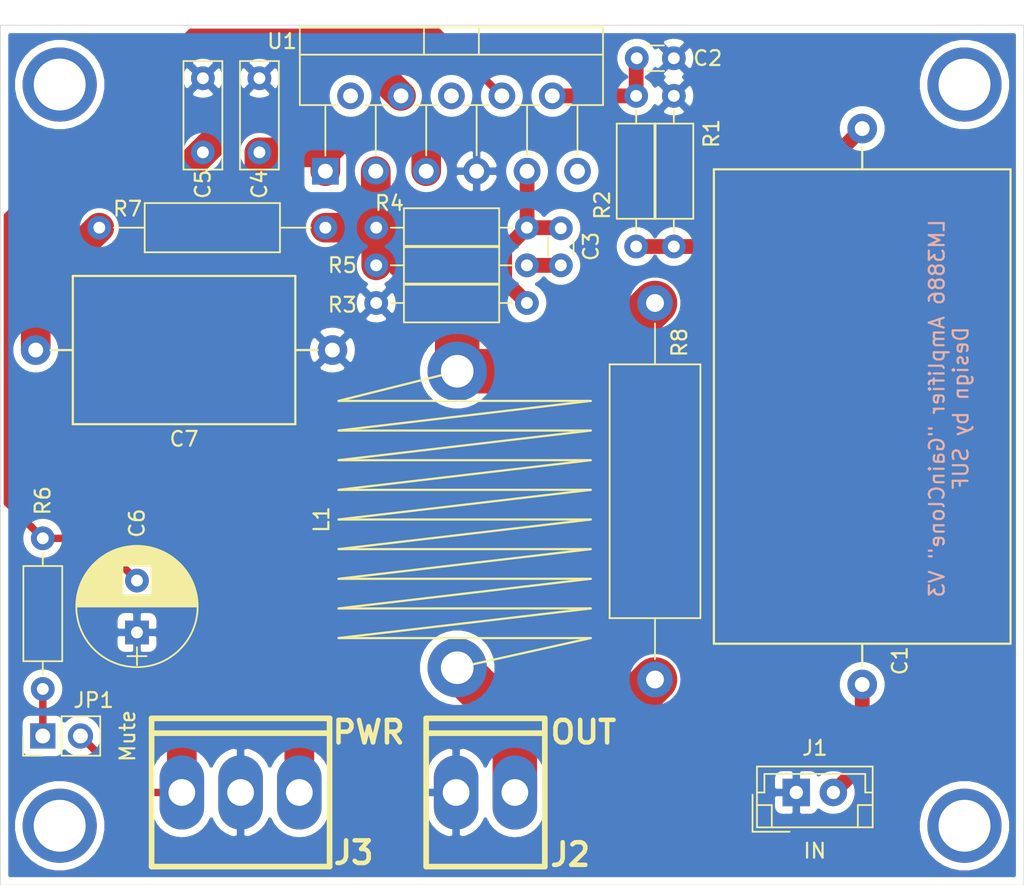
<source format=kicad_pcb>
(kicad_pcb (version 20171130) (host pcbnew "(5.1.2)-2")

  (general
    (thickness 1.6)
    (drawings 5)
    (tracks 58)
    (zones 0)
    (modules 25)
    (nets 17)
  )

  (page A4)
  (layers
    (0 F.Cu signal)
    (31 B.Cu signal)
    (32 B.Adhes user)
    (33 F.Adhes user)
    (34 B.Paste user)
    (35 F.Paste user)
    (36 B.SilkS user)
    (37 F.SilkS user)
    (38 B.Mask user)
    (39 F.Mask user)
    (40 Dwgs.User user)
    (41 Cmts.User user)
    (42 Eco1.User user)
    (43 Eco2.User user)
    (44 Edge.Cuts user)
    (45 Margin user)
    (46 B.CrtYd user)
    (47 F.CrtYd user)
    (48 B.Fab user)
    (49 F.Fab user)
  )

  (setup
    (last_trace_width 0.25)
    (user_trace_width 0.5)
    (user_trace_width 1)
    (user_trace_width 1.5)
    (user_trace_width 2)
    (user_trace_width 3)
    (trace_clearance 0.2)
    (zone_clearance 0.508)
    (zone_45_only no)
    (trace_min 0.2)
    (via_size 0.8)
    (via_drill 0.4)
    (via_min_size 0.4)
    (via_min_drill 0.3)
    (uvia_size 0.3)
    (uvia_drill 0.1)
    (uvias_allowed no)
    (uvia_min_size 0.2)
    (uvia_min_drill 0.1)
    (edge_width 0.05)
    (segment_width 0.2)
    (pcb_text_width 0.3)
    (pcb_text_size 1.5 1.5)
    (mod_edge_width 0.12)
    (mod_text_size 1 1)
    (mod_text_width 0.15)
    (pad_size 1.524 1.524)
    (pad_drill 0.762)
    (pad_to_mask_clearance 0.051)
    (solder_mask_min_width 0.25)
    (aux_axis_origin 0 0)
    (visible_elements 7FFFFFFF)
    (pcbplotparams
      (layerselection 0x010fc_ffffffff)
      (usegerberextensions false)
      (usegerberattributes false)
      (usegerberadvancedattributes false)
      (creategerberjobfile false)
      (excludeedgelayer true)
      (linewidth 0.100000)
      (plotframeref false)
      (viasonmask false)
      (mode 1)
      (useauxorigin false)
      (hpglpennumber 1)
      (hpglpenspeed 20)
      (hpglpendiameter 15.000000)
      (psnegative false)
      (psa4output false)
      (plotreference true)
      (plotvalue true)
      (plotinvisibletext false)
      (padsonsilk false)
      (subtractmaskfromsilk false)
      (outputformat 1)
      (mirror false)
      (drillshape 1)
      (scaleselection 1)
      (outputdirectory ""))
  )

  (net 0 "")
  (net 1 VCC)
  (net 2 GND)
  (net 3 VEE)
  (net 4 "Net-(C3-Pad2)")
  (net 5 "Net-(J2-Pad1)")
  (net 6 "Net-(JP1-Pad1)")
  (net 7 "Net-(U1-Pad11)")
  (net 8 "Net-(U1-Pad6)")
  (net 9 "Net-(U1-Pad2)")
  (net 10 "Net-(C1-Pad1)")
  (net 11 "Net-(C1-Pad2)")
  (net 12 "Net-(C2-Pad2)")
  (net 13 "Net-(C3-Pad1)")
  (net 14 "Net-(C6-Pad2)")
  (net 15 "Net-(C7-Pad2)")
  (net 16 "Net-(L1-Pad1)")

  (net_class Default "This is the default net class."
    (clearance 0.2)
    (trace_width 0.25)
    (via_dia 0.8)
    (via_drill 0.4)
    (uvia_dia 0.3)
    (uvia_drill 0.1)
    (add_net GND)
    (add_net "Net-(C1-Pad1)")
    (add_net "Net-(C1-Pad2)")
    (add_net "Net-(C2-Pad2)")
    (add_net "Net-(C3-Pad1)")
    (add_net "Net-(C3-Pad2)")
    (add_net "Net-(C6-Pad2)")
    (add_net "Net-(C7-Pad2)")
    (add_net "Net-(J2-Pad1)")
    (add_net "Net-(JP1-Pad1)")
    (add_net "Net-(L1-Pad1)")
    (add_net "Net-(U1-Pad11)")
    (add_net "Net-(U1-Pad2)")
    (add_net "Net-(U1-Pad6)")
    (add_net VCC)
    (add_net VEE)
  )

  (module suf_mounting:MNT_HOLE_3.5S (layer F.Cu) (tedit 5DAC59B3) (tstamp 5DAAA29D)
    (at 24 74)
    (fp_text reference MNT_HOLE_3.5S (at 0 -6.35) (layer F.SilkS) hide
      (effects (font (size 1.524 1.524) (thickness 0.3048)))
    )
    (fp_text value Val** (at 0 0) (layer F.SilkS) hide
      (effects (font (size 1.524 1.524) (thickness 0.3048)))
    )
    (pad "" thru_hole circle (at 0 0) (size 5 5) (drill 3.5) (layers *.Cu *.Mask))
  )

  (module suf_connector_ncw:CONN_NCW396-03S (layer F.Cu) (tedit 5DAC599D) (tstamp 5DAA91B4)
    (at 36.195 71.755 180)
    (path /5D9B42E1)
    (fp_text reference J3 (at -7.62 -4.064 180) (layer F.SilkS)
      (effects (font (size 1.524 1.524) (thickness 0.3048)))
    )
    (fp_text value PWR (at -8.636 4.064 180) (layer F.SilkS)
      (effects (font (size 1.524 1.524) (thickness 0.3048)))
    )
    (fp_line (start 6 5) (end -6 5) (layer F.SilkS) (width 0.381))
    (fp_line (start 6 -5) (end 6 5) (layer F.SilkS) (width 0.381))
    (fp_line (start -6 -5) (end 6 -5) (layer F.SilkS) (width 0.381))
    (fp_line (start -6 5) (end -6 -5) (layer F.SilkS) (width 0.381))
    (fp_line (start -6 4) (end 6 4) (layer F.SilkS) (width 0.381))
    (pad 2 thru_hole oval (at 0 0 180) (size 3 5) (drill 1.80086) (layers *.Cu *.Mask)
      (net 2 GND))
    (pad 1 thru_hole oval (at -3.96 0 180) (size 3 5) (drill 1.80086) (layers *.Cu *.Mask)
      (net 1 VCC))
    (pad 3 thru_hole oval (at 3.96 0 180) (size 3 5) (drill 1.80086) (layers *.Cu *.Mask)
      (net 3 VEE))
  )

  (module suf_connector_ncw:CONN_NCW396-02S (layer F.Cu) (tedit 5DAC5975) (tstamp 5DAA91A8)
    (at 52.705 71.755 180)
    (path /5D9A649A)
    (fp_text reference J2 (at -5.715 -4.191 180) (layer F.SilkS)
      (effects (font (size 1.524 1.524) (thickness 0.3048)))
    )
    (fp_text value OUT (at -6.604 4.064 180) (layer F.SilkS)
      (effects (font (size 1.524 1.524) (thickness 0.3048)))
    )
    (fp_line (start 4 5) (end -4 5) (layer F.SilkS) (width 0.381))
    (fp_line (start 4 -5) (end 4 5) (layer F.SilkS) (width 0.381))
    (fp_line (start -4 -5) (end 4 -5) (layer F.SilkS) (width 0.381))
    (fp_line (start -4 5) (end -4 -5) (layer F.SilkS) (width 0.381))
    (fp_line (start -4 4) (end 4 4) (layer F.SilkS) (width 0.381))
    (pad 2 thru_hole oval (at 1.98 0 180) (size 3 5) (drill 1.80086) (layers *.Cu *.Mask)
      (net 2 GND))
    (pad 1 thru_hole oval (at -1.98 0 180) (size 3 5) (drill 1.80086) (layers *.Cu *.Mask)
      (net 5 "Net-(J2-Pad1)"))
  )

  (module suf_mounting:MNT_HOLE_3.5S (layer F.Cu) (tedit 5DAC5954) (tstamp 5DAAA2AF)
    (at 85 74)
    (fp_text reference MNT_HOLE_3.5S (at 0 -6.35) (layer F.SilkS) hide
      (effects (font (size 1.524 1.524) (thickness 0.3048)))
    )
    (fp_text value Val** (at 0 0) (layer F.SilkS) hide
      (effects (font (size 1.524 1.524) (thickness 0.3048)))
    )
    (pad "" thru_hole circle (at 0 0) (size 5 5) (drill 3.5) (layers *.Cu *.Mask))
  )

  (module suf_mounting:MNT_HOLE_3.5S (layer F.Cu) (tedit 5DAC5931) (tstamp 5DAAA2A6)
    (at 85 24)
    (fp_text reference MNT_HOLE_3.5S (at 0 -6.35) (layer F.SilkS) hide
      (effects (font (size 1.524 1.524) (thickness 0.3048)))
    )
    (fp_text value Val** (at 0 0) (layer F.SilkS) hide
      (effects (font (size 1.524 1.524) (thickness 0.3048)))
    )
    (pad "" thru_hole circle (at 0 0) (size 5 5) (drill 3.5) (layers *.Cu *.Mask))
  )

  (module suf_mounting:MNT_HOLE_3.5S (layer F.Cu) (tedit 5DAC5911) (tstamp 5DAA9747)
    (at 24 24)
    (fp_text reference MNT_HOLE_3.5S (at 0 -6.35) (layer F.SilkS) hide
      (effects (font (size 1.524 1.524) (thickness 0.3048)))
    )
    (fp_text value Val** (at 0 0) (layer F.SilkS) hide
      (effects (font (size 1.524 1.524) (thickness 0.3048)))
    )
    (pad "" thru_hole circle (at 0 0) (size 5 5) (drill 3.5) (layers *.Cu *.Mask))
  )

  (module suf_capacitor:C_Axial_L32mm_D20mm_P37.5mm_Horizontal (layer F.Cu) (tedit 5DA76C11) (tstamp 5DAA9080)
    (at 78.105 45.72 270)
    (path /5DA3E987)
    (fp_text reference C1 (at 17.145 -2.54 90) (layer F.SilkS)
      (effects (font (size 1 1) (thickness 0.15)))
    )
    (fp_text value 4,7uF (at 0 11 90) (layer F.Fab)
      (effects (font (size 1 1) (thickness 0.15)))
    )
    (fp_line (start 16 -10) (end -16 -10) (layer F.SilkS) (width 0.15))
    (fp_line (start -16 -10) (end -16 10) (layer F.SilkS) (width 0.15))
    (fp_line (start -16 10) (end 16 10) (layer F.SilkS) (width 0.15))
    (fp_line (start 16 10) (end 16 -10) (layer F.SilkS) (width 0.15))
    (fp_line (start -16 0) (end -17.5 0) (layer F.SilkS) (width 0.15))
    (fp_line (start 16 0) (end 17.5 0) (layer F.SilkS) (width 0.15))
    (pad 1 thru_hole circle (at -18.75 0 270) (size 2 2) (drill 1) (layers *.Cu *.Mask)
      (net 10 "Net-(C1-Pad1)"))
    (pad 2 thru_hole circle (at 18.75 0 270) (size 2 2) (drill 1) (layers *.Cu *.Mask)
      (net 11 "Net-(C1-Pad2)"))
    (model ${KISYS3DMOD}/Capacitor_THT.3dshapes/C_Axial_L22.0mm_D10.5mm_P27.50mm_Horizontal.step
      (offset (xyz -18.75 0 0))
      (scale (xyz 1.3636 1.8 1.8))
      (rotate (xyz 0 0 0))
    )
  )

  (module Capacitors_ThroughHole:C_Disc_D3.0mm_W1.6mm_P2.50mm (layer F.Cu) (tedit 597BC7C2) (tstamp 5DAA9091)
    (at 65.405 22.225 180)
    (descr "C, Disc series, Radial, pin pitch=2.50mm, , diameter*width=3.0*1.6mm^2, Capacitor, http://www.vishay.com/docs/45233/krseries.pdf")
    (tags "C Disc series Radial pin pitch 2.50mm  diameter 3.0mm width 1.6mm Capacitor")
    (path /5DA3DF19)
    (fp_text reference C2 (at -2.286 0) (layer F.SilkS)
      (effects (font (size 1 1) (thickness 0.15)))
    )
    (fp_text value 680pF (at 1.25 2.11) (layer F.Fab)
      (effects (font (size 1 1) (thickness 0.15)))
    )
    (fp_text user %R (at -2.286 0) (layer F.Fab)
      (effects (font (size 1 1) (thickness 0.15)))
    )
    (fp_line (start 3.55 -1.15) (end -1.05 -1.15) (layer F.CrtYd) (width 0.05))
    (fp_line (start 3.55 1.15) (end 3.55 -1.15) (layer F.CrtYd) (width 0.05))
    (fp_line (start -1.05 1.15) (end 3.55 1.15) (layer F.CrtYd) (width 0.05))
    (fp_line (start -1.05 -1.15) (end -1.05 1.15) (layer F.CrtYd) (width 0.05))
    (fp_line (start 0.663 0.861) (end 1.837 0.861) (layer F.SilkS) (width 0.12))
    (fp_line (start 0.663 -0.861) (end 1.837 -0.861) (layer F.SilkS) (width 0.12))
    (fp_line (start 2.75 -0.8) (end -0.25 -0.8) (layer F.Fab) (width 0.1))
    (fp_line (start 2.75 0.8) (end 2.75 -0.8) (layer F.Fab) (width 0.1))
    (fp_line (start -0.25 0.8) (end 2.75 0.8) (layer F.Fab) (width 0.1))
    (fp_line (start -0.25 -0.8) (end -0.25 0.8) (layer F.Fab) (width 0.1))
    (pad 2 thru_hole circle (at 2.5 0 180) (size 1.6 1.6) (drill 0.8) (layers *.Cu *.Mask)
      (net 12 "Net-(C2-Pad2)"))
    (pad 1 thru_hole circle (at 0 0 180) (size 1.6 1.6) (drill 0.8) (layers *.Cu *.Mask)
      (net 2 GND))
    (model ${KISYS3DMOD}/Capacitors_THT.3dshapes/C_Disc_D3.0mm_W1.6mm_P2.50mm.wrl
      (at (xyz 0 0 0))
      (scale (xyz 0.3937 0.3937 0.3937))
      (rotate (xyz 0 0 0))
    )
  )

  (module Capacitors_ThroughHole:C_Disc_D3.0mm_W1.6mm_P2.50mm (layer F.Cu) (tedit 597BC7C2) (tstamp 5DAA90A2)
    (at 57.785 36.195 90)
    (descr "C, Disc series, Radial, pin pitch=2.50mm, , diameter*width=3.0*1.6mm^2, Capacitor, http://www.vishay.com/docs/45233/krseries.pdf")
    (tags "C Disc series Radial pin pitch 2.50mm  diameter 3.0mm width 1.6mm Capacitor")
    (path /5DA329FD)
    (fp_text reference C3 (at 1.27 2.032 90) (layer F.SilkS)
      (effects (font (size 1 1) (thickness 0.15)))
    )
    (fp_text value 47pF (at 1.25 2.11 90) (layer F.Fab)
      (effects (font (size 1 1) (thickness 0.15)))
    )
    (fp_line (start -0.25 -0.8) (end -0.25 0.8) (layer F.Fab) (width 0.1))
    (fp_line (start -0.25 0.8) (end 2.75 0.8) (layer F.Fab) (width 0.1))
    (fp_line (start 2.75 0.8) (end 2.75 -0.8) (layer F.Fab) (width 0.1))
    (fp_line (start 2.75 -0.8) (end -0.25 -0.8) (layer F.Fab) (width 0.1))
    (fp_line (start 0.663 -0.861) (end 1.837 -0.861) (layer F.SilkS) (width 0.12))
    (fp_line (start 0.663 0.861) (end 1.837 0.861) (layer F.SilkS) (width 0.12))
    (fp_line (start -1.05 -1.15) (end -1.05 1.15) (layer F.CrtYd) (width 0.05))
    (fp_line (start -1.05 1.15) (end 3.55 1.15) (layer F.CrtYd) (width 0.05))
    (fp_line (start 3.55 1.15) (end 3.55 -1.15) (layer F.CrtYd) (width 0.05))
    (fp_line (start 3.55 -1.15) (end -1.05 -1.15) (layer F.CrtYd) (width 0.05))
    (fp_text user %R (at 1.143 1.905 90) (layer F.Fab)
      (effects (font (size 1 1) (thickness 0.15)))
    )
    (pad 1 thru_hole circle (at 0 0 90) (size 1.6 1.6) (drill 0.8) (layers *.Cu *.Mask)
      (net 13 "Net-(C3-Pad1)"))
    (pad 2 thru_hole circle (at 2.5 0 90) (size 1.6 1.6) (drill 0.8) (layers *.Cu *.Mask)
      (net 4 "Net-(C3-Pad2)"))
    (model ${KISYS3DMOD}/Capacitors_THT.3dshapes/C_Disc_D3.0mm_W1.6mm_P2.50mm.wrl
      (at (xyz 0 0 0))
      (scale (xyz 0.3937 0.3937 0.3937))
      (rotate (xyz 0 0 0))
    )
  )

  (module Capacitors_ThroughHole:C_Rect_L7.2mm_W2.5mm_P5.00mm_FKS2_FKP2_MKS2_MKP2 (layer F.Cu) (tedit 597BC7C2) (tstamp 5DAA90B5)
    (at 37.465 28.575 90)
    (descr "C, Rect series, Radial, pin pitch=5.00mm, , length*width=7.2*2.5mm^2, Capacitor, http://www.wima.com/EN/WIMA_FKS_2.pdf")
    (tags "C Rect series Radial pin pitch 5.00mm  length 7.2mm width 2.5mm Capacitor")
    (path /5D997D66)
    (fp_text reference C4 (at -2.159 0 90) (layer F.SilkS)
      (effects (font (size 1 1) (thickness 0.15)))
    )
    (fp_text value 1uF/63V (at 2.5 2.56 90) (layer F.Fab)
      (effects (font (size 1 1) (thickness 0.15)))
    )
    (fp_text user %R (at 2.5 0 90) (layer F.Fab)
      (effects (font (size 1 1) (thickness 0.15)))
    )
    (fp_line (start 6.45 -1.6) (end -1.45 -1.6) (layer F.CrtYd) (width 0.05))
    (fp_line (start 6.45 1.6) (end 6.45 -1.6) (layer F.CrtYd) (width 0.05))
    (fp_line (start -1.45 1.6) (end 6.45 1.6) (layer F.CrtYd) (width 0.05))
    (fp_line (start -1.45 -1.6) (end -1.45 1.6) (layer F.CrtYd) (width 0.05))
    (fp_line (start 6.16 -1.31) (end 6.16 1.31) (layer F.SilkS) (width 0.12))
    (fp_line (start -1.16 -1.31) (end -1.16 1.31) (layer F.SilkS) (width 0.12))
    (fp_line (start -1.16 1.31) (end 6.16 1.31) (layer F.SilkS) (width 0.12))
    (fp_line (start -1.16 -1.31) (end 6.16 -1.31) (layer F.SilkS) (width 0.12))
    (fp_line (start 6.1 -1.25) (end -1.1 -1.25) (layer F.Fab) (width 0.1))
    (fp_line (start 6.1 1.25) (end 6.1 -1.25) (layer F.Fab) (width 0.1))
    (fp_line (start -1.1 1.25) (end 6.1 1.25) (layer F.Fab) (width 0.1))
    (fp_line (start -1.1 -1.25) (end -1.1 1.25) (layer F.Fab) (width 0.1))
    (pad 2 thru_hole circle (at 5 0 90) (size 1.6 1.6) (drill 0.8) (layers *.Cu *.Mask)
      (net 2 GND))
    (pad 1 thru_hole circle (at 0 0 90) (size 1.6 1.6) (drill 0.8) (layers *.Cu *.Mask)
      (net 1 VCC))
    (model ${KISYS3DMOD}/Capacitors_THT.3dshapes/C_Rect_L7.2mm_W2.5mm_P5.00mm_FKS2_FKP2_MKS2_MKP2.wrl
      (at (xyz 0 0 0))
      (scale (xyz 0.3937 0.3937 0.3937))
      (rotate (xyz 0 0 0))
    )
  )

  (module Capacitors_ThroughHole:C_Rect_L7.2mm_W2.5mm_P5.00mm_FKS2_FKP2_MKS2_MKP2 (layer F.Cu) (tedit 597BC7C2) (tstamp 5DAA90C8)
    (at 33.655 28.575 90)
    (descr "C, Rect series, Radial, pin pitch=5.00mm, , length*width=7.2*2.5mm^2, Capacitor, http://www.wima.com/EN/WIMA_FKS_2.pdf")
    (tags "C Rect series Radial pin pitch 5.00mm  length 7.2mm width 2.5mm Capacitor")
    (path /5D996F4A)
    (fp_text reference C5 (at -2.159 0 90) (layer F.SilkS)
      (effects (font (size 1 1) (thickness 0.15)))
    )
    (fp_text value 1uF/63V (at 2.5 2.56 90) (layer F.Fab)
      (effects (font (size 1 1) (thickness 0.15)))
    )
    (fp_line (start -1.1 -1.25) (end -1.1 1.25) (layer F.Fab) (width 0.1))
    (fp_line (start -1.1 1.25) (end 6.1 1.25) (layer F.Fab) (width 0.1))
    (fp_line (start 6.1 1.25) (end 6.1 -1.25) (layer F.Fab) (width 0.1))
    (fp_line (start 6.1 -1.25) (end -1.1 -1.25) (layer F.Fab) (width 0.1))
    (fp_line (start -1.16 -1.31) (end 6.16 -1.31) (layer F.SilkS) (width 0.12))
    (fp_line (start -1.16 1.31) (end 6.16 1.31) (layer F.SilkS) (width 0.12))
    (fp_line (start -1.16 -1.31) (end -1.16 1.31) (layer F.SilkS) (width 0.12))
    (fp_line (start 6.16 -1.31) (end 6.16 1.31) (layer F.SilkS) (width 0.12))
    (fp_line (start -1.45 -1.6) (end -1.45 1.6) (layer F.CrtYd) (width 0.05))
    (fp_line (start -1.45 1.6) (end 6.45 1.6) (layer F.CrtYd) (width 0.05))
    (fp_line (start 6.45 1.6) (end 6.45 -1.6) (layer F.CrtYd) (width 0.05))
    (fp_line (start 6.45 -1.6) (end -1.45 -1.6) (layer F.CrtYd) (width 0.05))
    (fp_text user %R (at 2.5 0 90) (layer F.Fab)
      (effects (font (size 1 1) (thickness 0.15)))
    )
    (pad 1 thru_hole circle (at 0 0 90) (size 1.6 1.6) (drill 0.8) (layers *.Cu *.Mask)
      (net 3 VEE))
    (pad 2 thru_hole circle (at 5 0 90) (size 1.6 1.6) (drill 0.8) (layers *.Cu *.Mask)
      (net 2 GND))
    (model ${KISYS3DMOD}/Capacitors_THT.3dshapes/C_Rect_L7.2mm_W2.5mm_P5.00mm_FKS2_FKP2_MKS2_MKP2.wrl
      (at (xyz 0 0 0))
      (scale (xyz 0.3937 0.3937 0.3937))
      (rotate (xyz 0 0 0))
    )
  )

  (module Capacitors_ThroughHole:CP_Radial_D8.0mm_P3.50mm (layer F.Cu) (tedit 597BC7C2) (tstamp 5DAA9171)
    (at 29.21 60.96 90)
    (descr "CP, Radial series, Radial, pin pitch=3.50mm, , diameter=8mm, Electrolytic Capacitor")
    (tags "CP Radial series Radial pin pitch 3.50mm  diameter 8mm Electrolytic Capacitor")
    (path /5D99D7A9)
    (fp_text reference C6 (at 7.366 0 90) (layer F.SilkS)
      (effects (font (size 1 1) (thickness 0.15)))
    )
    (fp_text value 100uF/50V (at 1.75 5.31 90) (layer F.Fab)
      (effects (font (size 1 1) (thickness 0.15)))
    )
    (fp_text user %R (at 1.75 0 90) (layer F.Fab)
      (effects (font (size 1 1) (thickness 0.15)))
    )
    (fp_line (start 6.1 -4.35) (end -2.6 -4.35) (layer F.CrtYd) (width 0.05))
    (fp_line (start 6.1 4.35) (end 6.1 -4.35) (layer F.CrtYd) (width 0.05))
    (fp_line (start -2.6 4.35) (end 6.1 4.35) (layer F.CrtYd) (width 0.05))
    (fp_line (start -2.6 -4.35) (end -2.6 4.35) (layer F.CrtYd) (width 0.05))
    (fp_line (start -1.6 -0.65) (end -1.6 0.65) (layer F.SilkS) (width 0.12))
    (fp_line (start -2.2 0) (end -1 0) (layer F.SilkS) (width 0.12))
    (fp_line (start 5.831 -0.246) (end 5.831 0.246) (layer F.SilkS) (width 0.12))
    (fp_line (start 5.791 -0.598) (end 5.791 0.598) (layer F.SilkS) (width 0.12))
    (fp_line (start 5.751 -0.814) (end 5.751 0.814) (layer F.SilkS) (width 0.12))
    (fp_line (start 5.711 -0.983) (end 5.711 0.983) (layer F.SilkS) (width 0.12))
    (fp_line (start 5.671 -1.127) (end 5.671 1.127) (layer F.SilkS) (width 0.12))
    (fp_line (start 5.631 -1.254) (end 5.631 1.254) (layer F.SilkS) (width 0.12))
    (fp_line (start 5.591 -1.369) (end 5.591 1.369) (layer F.SilkS) (width 0.12))
    (fp_line (start 5.551 -1.473) (end 5.551 1.473) (layer F.SilkS) (width 0.12))
    (fp_line (start 5.511 -1.57) (end 5.511 1.57) (layer F.SilkS) (width 0.12))
    (fp_line (start 5.471 -1.66) (end 5.471 1.66) (layer F.SilkS) (width 0.12))
    (fp_line (start 5.431 -1.745) (end 5.431 1.745) (layer F.SilkS) (width 0.12))
    (fp_line (start 5.391 -1.826) (end 5.391 1.826) (layer F.SilkS) (width 0.12))
    (fp_line (start 5.351 -1.902) (end 5.351 1.902) (layer F.SilkS) (width 0.12))
    (fp_line (start 5.311 -1.974) (end 5.311 1.974) (layer F.SilkS) (width 0.12))
    (fp_line (start 5.271 -2.043) (end 5.271 2.043) (layer F.SilkS) (width 0.12))
    (fp_line (start 5.231 -2.109) (end 5.231 2.109) (layer F.SilkS) (width 0.12))
    (fp_line (start 5.191 -2.173) (end 5.191 2.173) (layer F.SilkS) (width 0.12))
    (fp_line (start 5.151 -2.234) (end 5.151 2.234) (layer F.SilkS) (width 0.12))
    (fp_line (start 5.111 -2.293) (end 5.111 2.293) (layer F.SilkS) (width 0.12))
    (fp_line (start 5.071 -2.349) (end 5.071 2.349) (layer F.SilkS) (width 0.12))
    (fp_line (start 5.031 -2.404) (end 5.031 2.404) (layer F.SilkS) (width 0.12))
    (fp_line (start 4.991 -2.457) (end 4.991 2.457) (layer F.SilkS) (width 0.12))
    (fp_line (start 4.951 -2.508) (end 4.951 2.508) (layer F.SilkS) (width 0.12))
    (fp_line (start 4.911 -2.557) (end 4.911 2.557) (layer F.SilkS) (width 0.12))
    (fp_line (start 4.871 -2.605) (end 4.871 2.605) (layer F.SilkS) (width 0.12))
    (fp_line (start 4.831 -2.652) (end 4.831 2.652) (layer F.SilkS) (width 0.12))
    (fp_line (start 4.791 -2.697) (end 4.791 2.697) (layer F.SilkS) (width 0.12))
    (fp_line (start 4.751 -2.74) (end 4.751 2.74) (layer F.SilkS) (width 0.12))
    (fp_line (start 4.711 -2.783) (end 4.711 2.783) (layer F.SilkS) (width 0.12))
    (fp_line (start 4.671 -2.824) (end 4.671 2.824) (layer F.SilkS) (width 0.12))
    (fp_line (start 4.631 -2.865) (end 4.631 2.865) (layer F.SilkS) (width 0.12))
    (fp_line (start 4.591 -2.904) (end 4.591 2.904) (layer F.SilkS) (width 0.12))
    (fp_line (start 4.551 -2.942) (end 4.551 2.942) (layer F.SilkS) (width 0.12))
    (fp_line (start 4.511 -2.979) (end 4.511 2.979) (layer F.SilkS) (width 0.12))
    (fp_line (start 4.471 0.98) (end 4.471 3.015) (layer F.SilkS) (width 0.12))
    (fp_line (start 4.471 -3.015) (end 4.471 -0.98) (layer F.SilkS) (width 0.12))
    (fp_line (start 4.431 0.98) (end 4.431 3.05) (layer F.SilkS) (width 0.12))
    (fp_line (start 4.431 -3.05) (end 4.431 -0.98) (layer F.SilkS) (width 0.12))
    (fp_line (start 4.391 0.98) (end 4.391 3.084) (layer F.SilkS) (width 0.12))
    (fp_line (start 4.391 -3.084) (end 4.391 -0.98) (layer F.SilkS) (width 0.12))
    (fp_line (start 4.351 0.98) (end 4.351 3.118) (layer F.SilkS) (width 0.12))
    (fp_line (start 4.351 -3.118) (end 4.351 -0.98) (layer F.SilkS) (width 0.12))
    (fp_line (start 4.311 0.98) (end 4.311 3.15) (layer F.SilkS) (width 0.12))
    (fp_line (start 4.311 -3.15) (end 4.311 -0.98) (layer F.SilkS) (width 0.12))
    (fp_line (start 4.271 0.98) (end 4.271 3.182) (layer F.SilkS) (width 0.12))
    (fp_line (start 4.271 -3.182) (end 4.271 -0.98) (layer F.SilkS) (width 0.12))
    (fp_line (start 4.231 0.98) (end 4.231 3.213) (layer F.SilkS) (width 0.12))
    (fp_line (start 4.231 -3.213) (end 4.231 -0.98) (layer F.SilkS) (width 0.12))
    (fp_line (start 4.191 0.98) (end 4.191 3.243) (layer F.SilkS) (width 0.12))
    (fp_line (start 4.191 -3.243) (end 4.191 -0.98) (layer F.SilkS) (width 0.12))
    (fp_line (start 4.151 0.98) (end 4.151 3.272) (layer F.SilkS) (width 0.12))
    (fp_line (start 4.151 -3.272) (end 4.151 -0.98) (layer F.SilkS) (width 0.12))
    (fp_line (start 4.111 0.98) (end 4.111 3.301) (layer F.SilkS) (width 0.12))
    (fp_line (start 4.111 -3.301) (end 4.111 -0.98) (layer F.SilkS) (width 0.12))
    (fp_line (start 4.071 0.98) (end 4.071 3.329) (layer F.SilkS) (width 0.12))
    (fp_line (start 4.071 -3.329) (end 4.071 -0.98) (layer F.SilkS) (width 0.12))
    (fp_line (start 4.031 0.98) (end 4.031 3.356) (layer F.SilkS) (width 0.12))
    (fp_line (start 4.031 -3.356) (end 4.031 -0.98) (layer F.SilkS) (width 0.12))
    (fp_line (start 3.991 0.98) (end 3.991 3.383) (layer F.SilkS) (width 0.12))
    (fp_line (start 3.991 -3.383) (end 3.991 -0.98) (layer F.SilkS) (width 0.12))
    (fp_line (start 3.951 0.98) (end 3.951 3.408) (layer F.SilkS) (width 0.12))
    (fp_line (start 3.951 -3.408) (end 3.951 -0.98) (layer F.SilkS) (width 0.12))
    (fp_line (start 3.911 0.98) (end 3.911 3.434) (layer F.SilkS) (width 0.12))
    (fp_line (start 3.911 -3.434) (end 3.911 -0.98) (layer F.SilkS) (width 0.12))
    (fp_line (start 3.871 0.98) (end 3.871 3.458) (layer F.SilkS) (width 0.12))
    (fp_line (start 3.871 -3.458) (end 3.871 -0.98) (layer F.SilkS) (width 0.12))
    (fp_line (start 3.831 0.98) (end 3.831 3.482) (layer F.SilkS) (width 0.12))
    (fp_line (start 3.831 -3.482) (end 3.831 -0.98) (layer F.SilkS) (width 0.12))
    (fp_line (start 3.791 0.98) (end 3.791 3.505) (layer F.SilkS) (width 0.12))
    (fp_line (start 3.791 -3.505) (end 3.791 -0.98) (layer F.SilkS) (width 0.12))
    (fp_line (start 3.751 0.98) (end 3.751 3.528) (layer F.SilkS) (width 0.12))
    (fp_line (start 3.751 -3.528) (end 3.751 -0.98) (layer F.SilkS) (width 0.12))
    (fp_line (start 3.711 0.98) (end 3.711 3.55) (layer F.SilkS) (width 0.12))
    (fp_line (start 3.711 -3.55) (end 3.711 -0.98) (layer F.SilkS) (width 0.12))
    (fp_line (start 3.671 0.98) (end 3.671 3.572) (layer F.SilkS) (width 0.12))
    (fp_line (start 3.671 -3.572) (end 3.671 -0.98) (layer F.SilkS) (width 0.12))
    (fp_line (start 3.631 0.98) (end 3.631 3.593) (layer F.SilkS) (width 0.12))
    (fp_line (start 3.631 -3.593) (end 3.631 -0.98) (layer F.SilkS) (width 0.12))
    (fp_line (start 3.591 0.98) (end 3.591 3.613) (layer F.SilkS) (width 0.12))
    (fp_line (start 3.591 -3.613) (end 3.591 -0.98) (layer F.SilkS) (width 0.12))
    (fp_line (start 3.551 0.98) (end 3.551 3.633) (layer F.SilkS) (width 0.12))
    (fp_line (start 3.551 -3.633) (end 3.551 -0.98) (layer F.SilkS) (width 0.12))
    (fp_line (start 3.511 0.98) (end 3.511 3.652) (layer F.SilkS) (width 0.12))
    (fp_line (start 3.511 -3.652) (end 3.511 -0.98) (layer F.SilkS) (width 0.12))
    (fp_line (start 3.471 0.98) (end 3.471 3.671) (layer F.SilkS) (width 0.12))
    (fp_line (start 3.471 -3.671) (end 3.471 -0.98) (layer F.SilkS) (width 0.12))
    (fp_line (start 3.431 0.98) (end 3.431 3.69) (layer F.SilkS) (width 0.12))
    (fp_line (start 3.431 -3.69) (end 3.431 -0.98) (layer F.SilkS) (width 0.12))
    (fp_line (start 3.391 0.98) (end 3.391 3.707) (layer F.SilkS) (width 0.12))
    (fp_line (start 3.391 -3.707) (end 3.391 -0.98) (layer F.SilkS) (width 0.12))
    (fp_line (start 3.351 0.98) (end 3.351 3.725) (layer F.SilkS) (width 0.12))
    (fp_line (start 3.351 -3.725) (end 3.351 -0.98) (layer F.SilkS) (width 0.12))
    (fp_line (start 3.311 0.98) (end 3.311 3.741) (layer F.SilkS) (width 0.12))
    (fp_line (start 3.311 -3.741) (end 3.311 -0.98) (layer F.SilkS) (width 0.12))
    (fp_line (start 3.271 0.98) (end 3.271 3.758) (layer F.SilkS) (width 0.12))
    (fp_line (start 3.271 -3.758) (end 3.271 -0.98) (layer F.SilkS) (width 0.12))
    (fp_line (start 3.231 0.98) (end 3.231 3.773) (layer F.SilkS) (width 0.12))
    (fp_line (start 3.231 -3.773) (end 3.231 -0.98) (layer F.SilkS) (width 0.12))
    (fp_line (start 3.191 0.98) (end 3.191 3.789) (layer F.SilkS) (width 0.12))
    (fp_line (start 3.191 -3.789) (end 3.191 -0.98) (layer F.SilkS) (width 0.12))
    (fp_line (start 3.151 0.98) (end 3.151 3.803) (layer F.SilkS) (width 0.12))
    (fp_line (start 3.151 -3.803) (end 3.151 -0.98) (layer F.SilkS) (width 0.12))
    (fp_line (start 3.111 0.98) (end 3.111 3.818) (layer F.SilkS) (width 0.12))
    (fp_line (start 3.111 -3.818) (end 3.111 -0.98) (layer F.SilkS) (width 0.12))
    (fp_line (start 3.071 0.98) (end 3.071 3.832) (layer F.SilkS) (width 0.12))
    (fp_line (start 3.071 -3.832) (end 3.071 -0.98) (layer F.SilkS) (width 0.12))
    (fp_line (start 3.031 0.98) (end 3.031 3.845) (layer F.SilkS) (width 0.12))
    (fp_line (start 3.031 -3.845) (end 3.031 -0.98) (layer F.SilkS) (width 0.12))
    (fp_line (start 2.991 0.98) (end 2.991 3.858) (layer F.SilkS) (width 0.12))
    (fp_line (start 2.991 -3.858) (end 2.991 -0.98) (layer F.SilkS) (width 0.12))
    (fp_line (start 2.951 0.98) (end 2.951 3.87) (layer F.SilkS) (width 0.12))
    (fp_line (start 2.951 -3.87) (end 2.951 -0.98) (layer F.SilkS) (width 0.12))
    (fp_line (start 2.911 0.98) (end 2.911 3.883) (layer F.SilkS) (width 0.12))
    (fp_line (start 2.911 -3.883) (end 2.911 -0.98) (layer F.SilkS) (width 0.12))
    (fp_line (start 2.871 0.98) (end 2.871 3.894) (layer F.SilkS) (width 0.12))
    (fp_line (start 2.871 -3.894) (end 2.871 -0.98) (layer F.SilkS) (width 0.12))
    (fp_line (start 2.831 0.98) (end 2.831 3.905) (layer F.SilkS) (width 0.12))
    (fp_line (start 2.831 -3.905) (end 2.831 -0.98) (layer F.SilkS) (width 0.12))
    (fp_line (start 2.791 0.98) (end 2.791 3.916) (layer F.SilkS) (width 0.12))
    (fp_line (start 2.791 -3.916) (end 2.791 -0.98) (layer F.SilkS) (width 0.12))
    (fp_line (start 2.751 0.98) (end 2.751 3.926) (layer F.SilkS) (width 0.12))
    (fp_line (start 2.751 -3.926) (end 2.751 -0.98) (layer F.SilkS) (width 0.12))
    (fp_line (start 2.711 0.98) (end 2.711 3.936) (layer F.SilkS) (width 0.12))
    (fp_line (start 2.711 -3.936) (end 2.711 -0.98) (layer F.SilkS) (width 0.12))
    (fp_line (start 2.671 0.98) (end 2.671 3.946) (layer F.SilkS) (width 0.12))
    (fp_line (start 2.671 -3.946) (end 2.671 -0.98) (layer F.SilkS) (width 0.12))
    (fp_line (start 2.631 0.98) (end 2.631 3.955) (layer F.SilkS) (width 0.12))
    (fp_line (start 2.631 -3.955) (end 2.631 -0.98) (layer F.SilkS) (width 0.12))
    (fp_line (start 2.591 0.98) (end 2.591 3.963) (layer F.SilkS) (width 0.12))
    (fp_line (start 2.591 -3.963) (end 2.591 -0.98) (layer F.SilkS) (width 0.12))
    (fp_line (start 2.551 0.98) (end 2.551 3.971) (layer F.SilkS) (width 0.12))
    (fp_line (start 2.551 -3.971) (end 2.551 -0.98) (layer F.SilkS) (width 0.12))
    (fp_line (start 2.511 -3.979) (end 2.511 3.979) (layer F.SilkS) (width 0.12))
    (fp_line (start 2.471 -3.987) (end 2.471 3.987) (layer F.SilkS) (width 0.12))
    (fp_line (start 2.43 -3.994) (end 2.43 3.994) (layer F.SilkS) (width 0.12))
    (fp_line (start 2.39 -4) (end 2.39 4) (layer F.SilkS) (width 0.12))
    (fp_line (start 2.35 -4.006) (end 2.35 4.006) (layer F.SilkS) (width 0.12))
    (fp_line (start 2.31 -4.012) (end 2.31 4.012) (layer F.SilkS) (width 0.12))
    (fp_line (start 2.27 -4.017) (end 2.27 4.017) (layer F.SilkS) (width 0.12))
    (fp_line (start 2.23 -4.022) (end 2.23 4.022) (layer F.SilkS) (width 0.12))
    (fp_line (start 2.19 -4.027) (end 2.19 4.027) (layer F.SilkS) (width 0.12))
    (fp_line (start 2.15 -4.031) (end 2.15 4.031) (layer F.SilkS) (width 0.12))
    (fp_line (start 2.11 -4.035) (end 2.11 4.035) (layer F.SilkS) (width 0.12))
    (fp_line (start 2.07 -4.038) (end 2.07 4.038) (layer F.SilkS) (width 0.12))
    (fp_line (start 2.03 -4.041) (end 2.03 4.041) (layer F.SilkS) (width 0.12))
    (fp_line (start 1.99 -4.043) (end 1.99 4.043) (layer F.SilkS) (width 0.12))
    (fp_line (start 1.95 -4.046) (end 1.95 4.046) (layer F.SilkS) (width 0.12))
    (fp_line (start 1.91 -4.047) (end 1.91 4.047) (layer F.SilkS) (width 0.12))
    (fp_line (start 1.87 -4.049) (end 1.87 4.049) (layer F.SilkS) (width 0.12))
    (fp_line (start 1.83 -4.05) (end 1.83 4.05) (layer F.SilkS) (width 0.12))
    (fp_line (start 1.79 -4.05) (end 1.79 4.05) (layer F.SilkS) (width 0.12))
    (fp_line (start 1.75 -4.05) (end 1.75 4.05) (layer F.SilkS) (width 0.12))
    (fp_line (start -1.6 -0.65) (end -1.6 0.65) (layer F.Fab) (width 0.1))
    (fp_line (start -2.2 0) (end -1 0) (layer F.Fab) (width 0.1))
    (fp_circle (center 1.75 0) (end 5.84 0) (layer F.SilkS) (width 0.12))
    (fp_circle (center 1.75 0) (end 5.75 0) (layer F.Fab) (width 0.1))
    (pad 2 thru_hole circle (at 3.5 0 90) (size 1.6 1.6) (drill 0.8) (layers *.Cu *.Mask)
      (net 14 "Net-(C6-Pad2)"))
    (pad 1 thru_hole rect (at 0 0 90) (size 1.6 1.6) (drill 0.8) (layers *.Cu *.Mask)
      (net 2 GND))
    (model ${KISYS3DMOD}/Capacitors_THT.3dshapes/CP_Radial_D8.0mm_P3.50mm.wrl
      (at (xyz 0 0 0))
      (scale (xyz 0.3937 0.3937 0.3937))
      (rotate (xyz 0 0 0))
    )
  )

  (module suf_capacitor:C_Axial_L15mm_D10mm_P20mm_Horizontal (layer F.Cu) (tedit 5DA767E2) (tstamp 5DAA917D)
    (at 32.385 41.91 180)
    (path /5DA4A9AE)
    (fp_text reference C7 (at 0 -6) (layer F.SilkS)
      (effects (font (size 1 1) (thickness 0.15)))
    )
    (fp_text value 220nF (at 0 6) (layer F.Fab)
      (effects (font (size 1 1) (thickness 0.15)))
    )
    (fp_line (start 7.5 -5) (end -7.5 -5) (layer F.SilkS) (width 0.15))
    (fp_line (start -7.5 -5) (end -7.5 5) (layer F.SilkS) (width 0.15))
    (fp_line (start -7.5 5) (end 7.5 5) (layer F.SilkS) (width 0.15))
    (fp_line (start 7.5 5) (end 7.5 -5) (layer F.SilkS) (width 0.15))
    (fp_line (start 9 0) (end 7.5 0) (layer F.SilkS) (width 0.15))
    (fp_line (start -7.5 0) (end -9 0) (layer F.SilkS) (width 0.15))
    (pad 1 thru_hole circle (at -10 0 180) (size 2 2) (drill 1) (layers *.Cu *.Mask)
      (net 2 GND))
    (pad 2 thru_hole circle (at 10 0 180) (size 2 2) (drill 1) (layers *.Cu *.Mask)
      (net 15 "Net-(C7-Pad2)"))
    (model ${KISYS3DMOD}/Capacitor_THT.3dshapes/C_Axial_L17.0mm_D6.5mm_P20.00mm_Horizontal.wrl
      (offset (xyz -10 0 0))
      (scale (xyz 1 1.538 1.538))
      (rotate (xyz 0 0 0))
    )
  )

  (module Connectors_JST:JST_EH_B02B-EH-A_02x2.50mm_Straight (layer F.Cu) (tedit 58A3B0B5) (tstamp 5DAAA2EF)
    (at 73.66 71.755)
    (descr "JST EH series connector, B02B-EH-A, 2.50mm pitch, top entry")
    (tags "connector jst eh top vertical straight")
    (path /5D9A6D64)
    (fp_text reference J1 (at 1.25 -3) (layer F.SilkS)
      (effects (font (size 1 1) (thickness 0.15)))
    )
    (fp_text value IN (at 1.25 3.937) (layer F.SilkS)
      (effects (font (size 1 1) (thickness 0.15)))
    )
    (fp_line (start 5.65 -2.25) (end -3.15 -2.25) (layer F.CrtYd) (width 0.05))
    (fp_line (start 5.65 2.85) (end 5.65 -2.25) (layer F.CrtYd) (width 0.05))
    (fp_line (start -3.15 2.85) (end 5.65 2.85) (layer F.CrtYd) (width 0.05))
    (fp_line (start -3.15 -2.25) (end -3.15 2.85) (layer F.CrtYd) (width 0.05))
    (fp_line (start -2.95 2.65) (end -0.45 2.65) (layer F.Fab) (width 0.1))
    (fp_line (start -2.95 0.15) (end -2.95 2.65) (layer F.Fab) (width 0.1))
    (fp_line (start -2.95 2.65) (end -0.45 2.65) (layer F.SilkS) (width 0.12))
    (fp_line (start -2.95 0.15) (end -2.95 2.65) (layer F.SilkS) (width 0.12))
    (fp_line (start 4.15 0.85) (end 4.15 2.35) (layer F.SilkS) (width 0.12))
    (fp_line (start 5.15 0.85) (end 4.15 0.85) (layer F.SilkS) (width 0.12))
    (fp_line (start -1.65 0.85) (end -1.65 2.35) (layer F.SilkS) (width 0.12))
    (fp_line (start -2.65 0.85) (end -1.65 0.85) (layer F.SilkS) (width 0.12))
    (fp_line (start 4.65 0) (end 5.15 0) (layer F.SilkS) (width 0.12))
    (fp_line (start 4.65 -1.25) (end 4.65 0) (layer F.SilkS) (width 0.12))
    (fp_line (start -2.15 -1.25) (end 4.65 -1.25) (layer F.SilkS) (width 0.12))
    (fp_line (start -2.15 0) (end -2.15 -1.25) (layer F.SilkS) (width 0.12))
    (fp_line (start -2.65 0) (end -2.15 0) (layer F.SilkS) (width 0.12))
    (fp_line (start 5.15 -1.75) (end -2.65 -1.75) (layer F.SilkS) (width 0.12))
    (fp_line (start 5.15 2.35) (end 5.15 -1.75) (layer F.SilkS) (width 0.12))
    (fp_line (start -2.65 2.35) (end 5.15 2.35) (layer F.SilkS) (width 0.12))
    (fp_line (start -2.65 -1.75) (end -2.65 2.35) (layer F.SilkS) (width 0.12))
    (fp_line (start 5 -1.6) (end -2.5 -1.6) (layer F.Fab) (width 0.1))
    (fp_line (start 5 2.2) (end 5 -1.6) (layer F.Fab) (width 0.1))
    (fp_line (start -2.5 2.2) (end 5 2.2) (layer F.Fab) (width 0.1))
    (fp_line (start -2.5 -1.6) (end -2.5 2.2) (layer F.Fab) (width 0.1))
    (fp_text user %R (at 1.25 -3) (layer F.Fab)
      (effects (font (size 1 1) (thickness 0.15)))
    )
    (pad 2 thru_hole circle (at 2.5 0) (size 1.85 1.85) (drill 0.9) (layers *.Cu *.Mask)
      (net 11 "Net-(C1-Pad2)"))
    (pad 1 thru_hole rect (at 0 0) (size 1.85 1.85) (drill 0.9) (layers *.Cu *.Mask)
      (net 2 GND))
    (model ${KISYS3DMOD}/Connector_JST.3dshapes/JST_EH_B02B-EH-A_1x02_P2.50mm_Vertical.wrl
      (at (xyz 0 0 0))
      (scale (xyz 1 1 1))
      (rotate (xyz 0 0 0))
    )
  )

  (module Pin_Headers:Pin_Header_Straight_1x02_Pitch2.54mm (layer F.Cu) (tedit 59650532) (tstamp 5DAA91CA)
    (at 22.86 67.945 90)
    (descr "Through hole straight pin header, 1x02, 2.54mm pitch, single row")
    (tags "Through hole pin header THT 1x02 2.54mm single row")
    (path /5D9A09B4)
    (fp_text reference JP1 (at 2.413 3.429 180) (layer F.SilkS)
      (effects (font (size 1 1) (thickness 0.15)))
    )
    (fp_text value Mute (at 0 5.715 90) (layer F.SilkS)
      (effects (font (size 1 1) (thickness 0.15)))
    )
    (fp_text user %R (at 0 1.27) (layer F.Fab)
      (effects (font (size 1 1) (thickness 0.15)))
    )
    (fp_line (start 1.8 -1.8) (end -1.8 -1.8) (layer F.CrtYd) (width 0.05))
    (fp_line (start 1.8 4.35) (end 1.8 -1.8) (layer F.CrtYd) (width 0.05))
    (fp_line (start -1.8 4.35) (end 1.8 4.35) (layer F.CrtYd) (width 0.05))
    (fp_line (start -1.8 -1.8) (end -1.8 4.35) (layer F.CrtYd) (width 0.05))
    (fp_line (start -1.33 -1.33) (end 0 -1.33) (layer F.SilkS) (width 0.12))
    (fp_line (start -1.33 0) (end -1.33 -1.33) (layer F.SilkS) (width 0.12))
    (fp_line (start -1.33 1.27) (end 1.33 1.27) (layer F.SilkS) (width 0.12))
    (fp_line (start 1.33 1.27) (end 1.33 3.87) (layer F.SilkS) (width 0.12))
    (fp_line (start -1.33 1.27) (end -1.33 3.87) (layer F.SilkS) (width 0.12))
    (fp_line (start -1.33 3.87) (end 1.33 3.87) (layer F.SilkS) (width 0.12))
    (fp_line (start -1.27 -0.635) (end -0.635 -1.27) (layer F.Fab) (width 0.1))
    (fp_line (start -1.27 3.81) (end -1.27 -0.635) (layer F.Fab) (width 0.1))
    (fp_line (start 1.27 3.81) (end -1.27 3.81) (layer F.Fab) (width 0.1))
    (fp_line (start 1.27 -1.27) (end 1.27 3.81) (layer F.Fab) (width 0.1))
    (fp_line (start -0.635 -1.27) (end 1.27 -1.27) (layer F.Fab) (width 0.1))
    (pad 2 thru_hole oval (at 0 2.54 90) (size 1.7 1.7) (drill 1) (layers *.Cu *.Mask)
      (net 3 VEE))
    (pad 1 thru_hole rect (at 0 0 90) (size 1.7 1.7) (drill 1) (layers *.Cu *.Mask)
      (net 6 "Net-(JP1-Pad1)"))
    (model ${KISYS3DMOD}/Pin_Headers.3dshapes/Pin_Header_Straight_1x02_Pitch2.54mm.wrl
      (offset (xyz 0 -1.27 0))
      (scale (xyz 1 1 1))
      (rotate (xyz 0 0 90))
    )
  )

  (module suf_inductor:L_D16_d2_L20_Axial_AirCore (layer F.Cu) (tedit 5DA8D4AA) (tstamp 5DAA91E3)
    (at 50.8 53.34 270)
    (path /5DA514D0)
    (fp_text reference L1 (at 0 9.144 90) (layer F.SilkS)
      (effects (font (size 1 1) (thickness 0.15)))
    )
    (fp_text value 0,7uH (at 0 9 90) (layer F.Fab)
      (effects (font (size 1 1) (thickness 0.15)))
    )
    (fp_line (start -10 0) (end -8 8) (layer F.SilkS) (width 0.15))
    (fp_line (start -8 8) (end -8 -9) (layer F.SilkS) (width 0.15))
    (fp_line (start -8 -9) (end -6 8) (layer F.SilkS) (width 0.15))
    (fp_line (start -6 8) (end -6 -9) (layer F.SilkS) (width 0.15))
    (fp_line (start -6 -9) (end -4 8) (layer F.SilkS) (width 0.15))
    (fp_line (start -4 8) (end -4 -9) (layer F.SilkS) (width 0.15))
    (fp_line (start -4 -9) (end -2 8) (layer F.SilkS) (width 0.15))
    (fp_line (start -2 8) (end -2 -9) (layer F.SilkS) (width 0.15))
    (fp_line (start -2 -9) (end 0 8) (layer F.SilkS) (width 0.15))
    (fp_line (start 0 8) (end 0 -9) (layer F.SilkS) (width 0.15))
    (fp_line (start 0 -9) (end 2 8) (layer F.SilkS) (width 0.15))
    (fp_line (start 2 8) (end 2 -9) (layer F.SilkS) (width 0.15))
    (fp_line (start 2 -9) (end 4 8) (layer F.SilkS) (width 0.15))
    (fp_line (start 4 8) (end 4 -9) (layer F.SilkS) (width 0.15))
    (fp_line (start 4 -9) (end 6 8) (layer F.SilkS) (width 0.15))
    (fp_line (start 6 8) (end 6 -9) (layer F.SilkS) (width 0.15))
    (fp_line (start 6 -9) (end 8 8) (layer F.SilkS) (width 0.15))
    (fp_line (start 8 8) (end 8 -9) (layer F.SilkS) (width 0.15))
    (fp_line (start 8 -9) (end 10 0) (layer F.SilkS) (width 0.15))
    (pad 1 thru_hole circle (at -10 0 270) (size 4 4) (drill 2.2) (layers *.Cu *.Mask)
      (net 16 "Net-(L1-Pad1)"))
    (pad 2 thru_hole circle (at 10 0 270) (size 4 4) (drill 2.2) (layers *.Cu *.Mask)
      (net 5 "Net-(J2-Pad1)"))
  )

  (module Resistors_ThroughHole:R_Axial_DIN0207_L6.3mm_D2.5mm_P10.16mm_Horizontal (layer F.Cu) (tedit 5874F706) (tstamp 5DAA91F9)
    (at 65.405 24.765 270)
    (descr "Resistor, Axial_DIN0207 series, Axial, Horizontal, pin pitch=10.16mm, 0.25W = 1/4W, length*diameter=6.3*2.5mm^2, http://cdn-reichelt.de/documents/datenblatt/B400/1_4W%23YAG.pdf")
    (tags "Resistor Axial_DIN0207 series Axial Horizontal pin pitch 10.16mm 0.25W = 1/4W length 6.3mm diameter 2.5mm")
    (path /5DA3A8D6)
    (fp_text reference R1 (at 2.54 -2.54 90) (layer F.SilkS)
      (effects (font (size 1 1) (thickness 0.15)))
    )
    (fp_text value 20K (at 5.08 2.31 90) (layer F.Fab)
      (effects (font (size 1 1) (thickness 0.15)))
    )
    (fp_line (start 1.93 -1.25) (end 1.93 1.25) (layer F.Fab) (width 0.1))
    (fp_line (start 1.93 1.25) (end 8.23 1.25) (layer F.Fab) (width 0.1))
    (fp_line (start 8.23 1.25) (end 8.23 -1.25) (layer F.Fab) (width 0.1))
    (fp_line (start 8.23 -1.25) (end 1.93 -1.25) (layer F.Fab) (width 0.1))
    (fp_line (start 0 0) (end 1.93 0) (layer F.Fab) (width 0.1))
    (fp_line (start 10.16 0) (end 8.23 0) (layer F.Fab) (width 0.1))
    (fp_line (start 1.87 -1.31) (end 1.87 1.31) (layer F.SilkS) (width 0.12))
    (fp_line (start 1.87 1.31) (end 8.29 1.31) (layer F.SilkS) (width 0.12))
    (fp_line (start 8.29 1.31) (end 8.29 -1.31) (layer F.SilkS) (width 0.12))
    (fp_line (start 8.29 -1.31) (end 1.87 -1.31) (layer F.SilkS) (width 0.12))
    (fp_line (start 0.98 0) (end 1.87 0) (layer F.SilkS) (width 0.12))
    (fp_line (start 9.18 0) (end 8.29 0) (layer F.SilkS) (width 0.12))
    (fp_line (start -1.05 -1.6) (end -1.05 1.6) (layer F.CrtYd) (width 0.05))
    (fp_line (start -1.05 1.6) (end 11.25 1.6) (layer F.CrtYd) (width 0.05))
    (fp_line (start 11.25 1.6) (end 11.25 -1.6) (layer F.CrtYd) (width 0.05))
    (fp_line (start 11.25 -1.6) (end -1.05 -1.6) (layer F.CrtYd) (width 0.05))
    (pad 1 thru_hole circle (at 0 0 270) (size 1.6 1.6) (drill 0.8) (layers *.Cu *.Mask)
      (net 2 GND))
    (pad 2 thru_hole oval (at 10.16 0 270) (size 1.6 1.6) (drill 0.8) (layers *.Cu *.Mask)
      (net 10 "Net-(C1-Pad1)"))
    (model ${KISYS3DMOD}/Resistors_THT.3dshapes/R_Axial_DIN0207_L6.3mm_D2.5mm_P10.16mm_Horizontal.wrl
      (at (xyz 0 0 0))
      (scale (xyz 0.393701 0.393701 0.393701))
      (rotate (xyz 0 0 0))
    )
  )

  (module Resistors_ThroughHole:R_Axial_DIN0207_L6.3mm_D2.5mm_P10.16mm_Horizontal (layer F.Cu) (tedit 5874F706) (tstamp 5DAA920F)
    (at 62.865 24.765 270)
    (descr "Resistor, Axial_DIN0207 series, Axial, Horizontal, pin pitch=10.16mm, 0.25W = 1/4W, length*diameter=6.3*2.5mm^2, http://cdn-reichelt.de/documents/datenblatt/B400/1_4W%23YAG.pdf")
    (tags "Resistor Axial_DIN0207 series Axial Horizontal pin pitch 10.16mm 0.25W = 1/4W length 6.3mm diameter 2.5mm")
    (path /5D99C5DB)
    (fp_text reference R2 (at 7.366 2.286 90) (layer F.SilkS)
      (effects (font (size 1 1) (thickness 0.15)))
    )
    (fp_text value 1K (at 5.08 2.31 90) (layer F.Fab)
      (effects (font (size 1 1) (thickness 0.15)))
    )
    (fp_line (start 11.25 -1.6) (end -1.05 -1.6) (layer F.CrtYd) (width 0.05))
    (fp_line (start 11.25 1.6) (end 11.25 -1.6) (layer F.CrtYd) (width 0.05))
    (fp_line (start -1.05 1.6) (end 11.25 1.6) (layer F.CrtYd) (width 0.05))
    (fp_line (start -1.05 -1.6) (end -1.05 1.6) (layer F.CrtYd) (width 0.05))
    (fp_line (start 9.18 0) (end 8.29 0) (layer F.SilkS) (width 0.12))
    (fp_line (start 0.98 0) (end 1.87 0) (layer F.SilkS) (width 0.12))
    (fp_line (start 8.29 -1.31) (end 1.87 -1.31) (layer F.SilkS) (width 0.12))
    (fp_line (start 8.29 1.31) (end 8.29 -1.31) (layer F.SilkS) (width 0.12))
    (fp_line (start 1.87 1.31) (end 8.29 1.31) (layer F.SilkS) (width 0.12))
    (fp_line (start 1.87 -1.31) (end 1.87 1.31) (layer F.SilkS) (width 0.12))
    (fp_line (start 10.16 0) (end 8.23 0) (layer F.Fab) (width 0.1))
    (fp_line (start 0 0) (end 1.93 0) (layer F.Fab) (width 0.1))
    (fp_line (start 8.23 -1.25) (end 1.93 -1.25) (layer F.Fab) (width 0.1))
    (fp_line (start 8.23 1.25) (end 8.23 -1.25) (layer F.Fab) (width 0.1))
    (fp_line (start 1.93 1.25) (end 8.23 1.25) (layer F.Fab) (width 0.1))
    (fp_line (start 1.93 -1.25) (end 1.93 1.25) (layer F.Fab) (width 0.1))
    (pad 2 thru_hole oval (at 10.16 0 270) (size 1.6 1.6) (drill 0.8) (layers *.Cu *.Mask)
      (net 10 "Net-(C1-Pad1)"))
    (pad 1 thru_hole circle (at 0 0 270) (size 1.6 1.6) (drill 0.8) (layers *.Cu *.Mask)
      (net 12 "Net-(C2-Pad2)"))
    (model ${KISYS3DMOD}/Resistors_THT.3dshapes/R_Axial_DIN0207_L6.3mm_D2.5mm_P10.16mm_Horizontal.wrl
      (at (xyz 0 0 0))
      (scale (xyz 0.393701 0.393701 0.393701))
      (rotate (xyz 0 0 0))
    )
  )

  (module Resistors_ThroughHole:R_Axial_DIN0207_L6.3mm_D2.5mm_P10.16mm_Horizontal (layer F.Cu) (tedit 5874F706) (tstamp 5DAA9225)
    (at 45.339 38.735)
    (descr "Resistor, Axial_DIN0207 series, Axial, Horizontal, pin pitch=10.16mm, 0.25W = 1/4W, length*diameter=6.3*2.5mm^2, http://cdn-reichelt.de/documents/datenblatt/B400/1_4W%23YAG.pdf")
    (tags "Resistor Axial_DIN0207 series Axial Horizontal pin pitch 10.16mm 0.25W = 1/4W length 6.3mm diameter 2.5mm")
    (path /5D99B6DD)
    (fp_text reference R3 (at -2.286 0.127) (layer F.SilkS)
      (effects (font (size 1 1) (thickness 0.15)))
    )
    (fp_text value 1K (at 5.08 2.31) (layer F.Fab)
      (effects (font (size 1 1) (thickness 0.15)))
    )
    (fp_line (start 1.93 -1.25) (end 1.93 1.25) (layer F.Fab) (width 0.1))
    (fp_line (start 1.93 1.25) (end 8.23 1.25) (layer F.Fab) (width 0.1))
    (fp_line (start 8.23 1.25) (end 8.23 -1.25) (layer F.Fab) (width 0.1))
    (fp_line (start 8.23 -1.25) (end 1.93 -1.25) (layer F.Fab) (width 0.1))
    (fp_line (start 0 0) (end 1.93 0) (layer F.Fab) (width 0.1))
    (fp_line (start 10.16 0) (end 8.23 0) (layer F.Fab) (width 0.1))
    (fp_line (start 1.87 -1.31) (end 1.87 1.31) (layer F.SilkS) (width 0.12))
    (fp_line (start 1.87 1.31) (end 8.29 1.31) (layer F.SilkS) (width 0.12))
    (fp_line (start 8.29 1.31) (end 8.29 -1.31) (layer F.SilkS) (width 0.12))
    (fp_line (start 8.29 -1.31) (end 1.87 -1.31) (layer F.SilkS) (width 0.12))
    (fp_line (start 0.98 0) (end 1.87 0) (layer F.SilkS) (width 0.12))
    (fp_line (start 9.18 0) (end 8.29 0) (layer F.SilkS) (width 0.12))
    (fp_line (start -1.05 -1.6) (end -1.05 1.6) (layer F.CrtYd) (width 0.05))
    (fp_line (start -1.05 1.6) (end 11.25 1.6) (layer F.CrtYd) (width 0.05))
    (fp_line (start 11.25 1.6) (end 11.25 -1.6) (layer F.CrtYd) (width 0.05))
    (fp_line (start 11.25 -1.6) (end -1.05 -1.6) (layer F.CrtYd) (width 0.05))
    (pad 1 thru_hole circle (at 0 0) (size 1.6 1.6) (drill 0.8) (layers *.Cu *.Mask)
      (net 2 GND))
    (pad 2 thru_hole oval (at 10.16 0) (size 1.6 1.6) (drill 0.8) (layers *.Cu *.Mask)
      (net 4 "Net-(C3-Pad2)"))
    (model ${KISYS3DMOD}/Resistors_THT.3dshapes/R_Axial_DIN0207_L6.3mm_D2.5mm_P10.16mm_Horizontal.wrl
      (at (xyz 0 0 0))
      (scale (xyz 0.393701 0.393701 0.393701))
      (rotate (xyz 0 0 0))
    )
  )

  (module Resistors_ThroughHole:R_Axial_DIN0207_L6.3mm_D2.5mm_P10.16mm_Horizontal (layer F.Cu) (tedit 5874F706) (tstamp 5DAA923B)
    (at 45.339 33.655)
    (descr "Resistor, Axial_DIN0207 series, Axial, Horizontal, pin pitch=10.16mm, 0.25W = 1/4W, length*diameter=6.3*2.5mm^2, http://cdn-reichelt.de/documents/datenblatt/B400/1_4W%23YAG.pdf")
    (tags "Resistor Axial_DIN0207 series Axial Horizontal pin pitch 10.16mm 0.25W = 1/4W length 6.3mm diameter 2.5mm")
    (path /5D99A1D3)
    (fp_text reference R4 (at 0.889 -1.651) (layer F.SilkS)
      (effects (font (size 1 1) (thickness 0.15)))
    )
    (fp_text value 21K (at 5.08 2.31) (layer F.Fab)
      (effects (font (size 1 1) (thickness 0.15)))
    )
    (fp_line (start 11.25 -1.6) (end -1.05 -1.6) (layer F.CrtYd) (width 0.05))
    (fp_line (start 11.25 1.6) (end 11.25 -1.6) (layer F.CrtYd) (width 0.05))
    (fp_line (start -1.05 1.6) (end 11.25 1.6) (layer F.CrtYd) (width 0.05))
    (fp_line (start -1.05 -1.6) (end -1.05 1.6) (layer F.CrtYd) (width 0.05))
    (fp_line (start 9.18 0) (end 8.29 0) (layer F.SilkS) (width 0.12))
    (fp_line (start 0.98 0) (end 1.87 0) (layer F.SilkS) (width 0.12))
    (fp_line (start 8.29 -1.31) (end 1.87 -1.31) (layer F.SilkS) (width 0.12))
    (fp_line (start 8.29 1.31) (end 8.29 -1.31) (layer F.SilkS) (width 0.12))
    (fp_line (start 1.87 1.31) (end 8.29 1.31) (layer F.SilkS) (width 0.12))
    (fp_line (start 1.87 -1.31) (end 1.87 1.31) (layer F.SilkS) (width 0.12))
    (fp_line (start 10.16 0) (end 8.23 0) (layer F.Fab) (width 0.1))
    (fp_line (start 0 0) (end 1.93 0) (layer F.Fab) (width 0.1))
    (fp_line (start 8.23 -1.25) (end 1.93 -1.25) (layer F.Fab) (width 0.1))
    (fp_line (start 8.23 1.25) (end 8.23 -1.25) (layer F.Fab) (width 0.1))
    (fp_line (start 1.93 1.25) (end 8.23 1.25) (layer F.Fab) (width 0.1))
    (fp_line (start 1.93 -1.25) (end 1.93 1.25) (layer F.Fab) (width 0.1))
    (pad 2 thru_hole oval (at 10.16 0) (size 1.6 1.6) (drill 0.8) (layers *.Cu *.Mask)
      (net 4 "Net-(C3-Pad2)"))
    (pad 1 thru_hole circle (at 0 0) (size 1.6 1.6) (drill 0.8) (layers *.Cu *.Mask)
      (net 16 "Net-(L1-Pad1)"))
    (model ${KISYS3DMOD}/Resistors_THT.3dshapes/R_Axial_DIN0207_L6.3mm_D2.5mm_P10.16mm_Horizontal.wrl
      (at (xyz 0 0 0))
      (scale (xyz 0.393701 0.393701 0.393701))
      (rotate (xyz 0 0 0))
    )
  )

  (module Resistors_ThroughHole:R_Axial_DIN0207_L6.3mm_D2.5mm_P10.16mm_Horizontal (layer F.Cu) (tedit 5874F706) (tstamp 5DAA9251)
    (at 45.339 36.195)
    (descr "Resistor, Axial_DIN0207 series, Axial, Horizontal, pin pitch=10.16mm, 0.25W = 1/4W, length*diameter=6.3*2.5mm^2, http://cdn-reichelt.de/documents/datenblatt/B400/1_4W%23YAG.pdf")
    (tags "Resistor Axial_DIN0207 series Axial Horizontal pin pitch 10.16mm 0.25W = 1/4W length 6.3mm diameter 2.5mm")
    (path /5DA31D40)
    (fp_text reference R5 (at -2.286 0) (layer F.SilkS)
      (effects (font (size 1 1) (thickness 0.15)))
    )
    (fp_text value 20K (at 5.08 2.31) (layer F.Fab)
      (effects (font (size 1 1) (thickness 0.15)))
    )
    (fp_line (start 11.25 -1.6) (end -1.05 -1.6) (layer F.CrtYd) (width 0.05))
    (fp_line (start 11.25 1.6) (end 11.25 -1.6) (layer F.CrtYd) (width 0.05))
    (fp_line (start -1.05 1.6) (end 11.25 1.6) (layer F.CrtYd) (width 0.05))
    (fp_line (start -1.05 -1.6) (end -1.05 1.6) (layer F.CrtYd) (width 0.05))
    (fp_line (start 9.18 0) (end 8.29 0) (layer F.SilkS) (width 0.12))
    (fp_line (start 0.98 0) (end 1.87 0) (layer F.SilkS) (width 0.12))
    (fp_line (start 8.29 -1.31) (end 1.87 -1.31) (layer F.SilkS) (width 0.12))
    (fp_line (start 8.29 1.31) (end 8.29 -1.31) (layer F.SilkS) (width 0.12))
    (fp_line (start 1.87 1.31) (end 8.29 1.31) (layer F.SilkS) (width 0.12))
    (fp_line (start 1.87 -1.31) (end 1.87 1.31) (layer F.SilkS) (width 0.12))
    (fp_line (start 10.16 0) (end 8.23 0) (layer F.Fab) (width 0.1))
    (fp_line (start 0 0) (end 1.93 0) (layer F.Fab) (width 0.1))
    (fp_line (start 8.23 -1.25) (end 1.93 -1.25) (layer F.Fab) (width 0.1))
    (fp_line (start 8.23 1.25) (end 8.23 -1.25) (layer F.Fab) (width 0.1))
    (fp_line (start 1.93 1.25) (end 8.23 1.25) (layer F.Fab) (width 0.1))
    (fp_line (start 1.93 -1.25) (end 1.93 1.25) (layer F.Fab) (width 0.1))
    (pad 2 thru_hole oval (at 10.16 0) (size 1.6 1.6) (drill 0.8) (layers *.Cu *.Mask)
      (net 13 "Net-(C3-Pad1)"))
    (pad 1 thru_hole circle (at 0 0) (size 1.6 1.6) (drill 0.8) (layers *.Cu *.Mask)
      (net 16 "Net-(L1-Pad1)"))
    (model ${KISYS3DMOD}/Resistors_THT.3dshapes/R_Axial_DIN0207_L6.3mm_D2.5mm_P10.16mm_Horizontal.wrl
      (at (xyz 0 0 0))
      (scale (xyz 0.393701 0.393701 0.393701))
      (rotate (xyz 0 0 0))
    )
  )

  (module Resistors_ThroughHole:R_Axial_DIN0207_L6.3mm_D2.5mm_P10.16mm_Horizontal (layer F.Cu) (tedit 5874F706) (tstamp 5DAA9267)
    (at 22.86 64.77 90)
    (descr "Resistor, Axial_DIN0207 series, Axial, Horizontal, pin pitch=10.16mm, 0.25W = 1/4W, length*diameter=6.3*2.5mm^2, http://cdn-reichelt.de/documents/datenblatt/B400/1_4W%23YAG.pdf")
    (tags "Resistor Axial_DIN0207 series Axial Horizontal pin pitch 10.16mm 0.25W = 1/4W length 6.3mm diameter 2.5mm")
    (path /5D99F919)
    (fp_text reference R6 (at 12.7 0 90) (layer F.SilkS)
      (effects (font (size 1 1) (thickness 0.15)))
    )
    (fp_text value 10K (at 5.08 2.31 90) (layer F.Fab)
      (effects (font (size 1 1) (thickness 0.15)))
    )
    (fp_line (start 1.93 -1.25) (end 1.93 1.25) (layer F.Fab) (width 0.1))
    (fp_line (start 1.93 1.25) (end 8.23 1.25) (layer F.Fab) (width 0.1))
    (fp_line (start 8.23 1.25) (end 8.23 -1.25) (layer F.Fab) (width 0.1))
    (fp_line (start 8.23 -1.25) (end 1.93 -1.25) (layer F.Fab) (width 0.1))
    (fp_line (start 0 0) (end 1.93 0) (layer F.Fab) (width 0.1))
    (fp_line (start 10.16 0) (end 8.23 0) (layer F.Fab) (width 0.1))
    (fp_line (start 1.87 -1.31) (end 1.87 1.31) (layer F.SilkS) (width 0.12))
    (fp_line (start 1.87 1.31) (end 8.29 1.31) (layer F.SilkS) (width 0.12))
    (fp_line (start 8.29 1.31) (end 8.29 -1.31) (layer F.SilkS) (width 0.12))
    (fp_line (start 8.29 -1.31) (end 1.87 -1.31) (layer F.SilkS) (width 0.12))
    (fp_line (start 0.98 0) (end 1.87 0) (layer F.SilkS) (width 0.12))
    (fp_line (start 9.18 0) (end 8.29 0) (layer F.SilkS) (width 0.12))
    (fp_line (start -1.05 -1.6) (end -1.05 1.6) (layer F.CrtYd) (width 0.05))
    (fp_line (start -1.05 1.6) (end 11.25 1.6) (layer F.CrtYd) (width 0.05))
    (fp_line (start 11.25 1.6) (end 11.25 -1.6) (layer F.CrtYd) (width 0.05))
    (fp_line (start 11.25 -1.6) (end -1.05 -1.6) (layer F.CrtYd) (width 0.05))
    (pad 1 thru_hole circle (at 0 0 90) (size 1.6 1.6) (drill 0.8) (layers *.Cu *.Mask)
      (net 6 "Net-(JP1-Pad1)"))
    (pad 2 thru_hole oval (at 10.16 0 90) (size 1.6 1.6) (drill 0.8) (layers *.Cu *.Mask)
      (net 14 "Net-(C6-Pad2)"))
    (model ${KISYS3DMOD}/Resistors_THT.3dshapes/R_Axial_DIN0207_L6.3mm_D2.5mm_P10.16mm_Horizontal.wrl
      (at (xyz 0 0 0))
      (scale (xyz 0.393701 0.393701 0.393701))
      (rotate (xyz 0 0 0))
    )
  )

  (module Resistors_ThroughHole:R_Axial_DIN0309_L9.0mm_D3.2mm_P15.24mm_Horizontal (layer F.Cu) (tedit 5874F706) (tstamp 5DAA927D)
    (at 26.67 33.655)
    (descr "Resistor, Axial_DIN0309 series, Axial, Horizontal, pin pitch=15.24mm, 0.5W = 1/2W, length*diameter=9*3.2mm^2, http://cdn-reichelt.de/documents/datenblatt/B400/1_4W%23YAG.pdf")
    (tags "Resistor Axial_DIN0309 series Axial Horizontal pin pitch 15.24mm 0.5W = 1/2W length 9mm diameter 3.2mm")
    (path /5DA4A04F)
    (fp_text reference R7 (at 1.905 -1.27) (layer F.SilkS)
      (effects (font (size 1 1) (thickness 0.15)))
    )
    (fp_text value 4,7/1W (at 7.62 2.66) (layer F.Fab)
      (effects (font (size 1 1) (thickness 0.15)))
    )
    (fp_line (start 16.3 -1.95) (end -1.05 -1.95) (layer F.CrtYd) (width 0.05))
    (fp_line (start 16.3 1.95) (end 16.3 -1.95) (layer F.CrtYd) (width 0.05))
    (fp_line (start -1.05 1.95) (end 16.3 1.95) (layer F.CrtYd) (width 0.05))
    (fp_line (start -1.05 -1.95) (end -1.05 1.95) (layer F.CrtYd) (width 0.05))
    (fp_line (start 14.26 0) (end 12.18 0) (layer F.SilkS) (width 0.12))
    (fp_line (start 0.98 0) (end 3.06 0) (layer F.SilkS) (width 0.12))
    (fp_line (start 12.18 -1.66) (end 3.06 -1.66) (layer F.SilkS) (width 0.12))
    (fp_line (start 12.18 1.66) (end 12.18 -1.66) (layer F.SilkS) (width 0.12))
    (fp_line (start 3.06 1.66) (end 12.18 1.66) (layer F.SilkS) (width 0.12))
    (fp_line (start 3.06 -1.66) (end 3.06 1.66) (layer F.SilkS) (width 0.12))
    (fp_line (start 15.24 0) (end 12.12 0) (layer F.Fab) (width 0.1))
    (fp_line (start 0 0) (end 3.12 0) (layer F.Fab) (width 0.1))
    (fp_line (start 12.12 -1.6) (end 3.12 -1.6) (layer F.Fab) (width 0.1))
    (fp_line (start 12.12 1.6) (end 12.12 -1.6) (layer F.Fab) (width 0.1))
    (fp_line (start 3.12 1.6) (end 12.12 1.6) (layer F.Fab) (width 0.1))
    (fp_line (start 3.12 -1.6) (end 3.12 1.6) (layer F.Fab) (width 0.1))
    (pad 2 thru_hole oval (at 15.24 0) (size 1.6 1.6) (drill 0.8) (layers *.Cu *.Mask)
      (net 16 "Net-(L1-Pad1)"))
    (pad 1 thru_hole circle (at 0 0) (size 1.6 1.6) (drill 0.8) (layers *.Cu *.Mask)
      (net 15 "Net-(C7-Pad2)"))
    (model ${KISYS3DMOD}/Resistors_THT.3dshapes/R_Axial_DIN0309_L9.0mm_D3.2mm_P15.24mm_Horizontal.wrl
      (at (xyz 0 0 0))
      (scale (xyz 0.393701 0.393701 0.393701))
      (rotate (xyz 0 0 0))
    )
  )

  (module Resistors_ThroughHole:R_Axial_DIN0617_L17.0mm_D6.0mm_P25.40mm_Horizontal (layer F.Cu) (tedit 5874F706) (tstamp 5DAC5D69)
    (at 64.135 38.735 270)
    (descr "Resistor, Axial_DIN0617 series, Axial, Horizontal, pin pitch=25.4mm, 2W, length*diameter=17*6mm^2, http://www.vishay.com/docs/20128/wkxwrx.pdf")
    (tags "Resistor Axial_DIN0617 series Axial Horizontal pin pitch 25.4mm 2W length 17mm diameter 6mm")
    (path /5DA506D6)
    (fp_text reference R8 (at 2.667 -1.651 90) (layer F.SilkS)
      (effects (font (size 1 1) (thickness 0.15)))
    )
    (fp_text value 10/5W (at 12.7 4.06 90) (layer F.Fab)
      (effects (font (size 1 1) (thickness 0.15)))
    )
    (fp_line (start 26.85 -3.35) (end -1.45 -3.35) (layer F.CrtYd) (width 0.05))
    (fp_line (start 26.85 3.35) (end 26.85 -3.35) (layer F.CrtYd) (width 0.05))
    (fp_line (start -1.45 3.35) (end 26.85 3.35) (layer F.CrtYd) (width 0.05))
    (fp_line (start -1.45 -3.35) (end -1.45 3.35) (layer F.CrtYd) (width 0.05))
    (fp_line (start 24.02 0) (end 21.26 0) (layer F.SilkS) (width 0.12))
    (fp_line (start 1.38 0) (end 4.14 0) (layer F.SilkS) (width 0.12))
    (fp_line (start 21.26 -3.06) (end 4.14 -3.06) (layer F.SilkS) (width 0.12))
    (fp_line (start 21.26 3.06) (end 21.26 -3.06) (layer F.SilkS) (width 0.12))
    (fp_line (start 4.14 3.06) (end 21.26 3.06) (layer F.SilkS) (width 0.12))
    (fp_line (start 4.14 -3.06) (end 4.14 3.06) (layer F.SilkS) (width 0.12))
    (fp_line (start 25.4 0) (end 21.2 0) (layer F.Fab) (width 0.1))
    (fp_line (start 0 0) (end 4.2 0) (layer F.Fab) (width 0.1))
    (fp_line (start 21.2 -3) (end 4.2 -3) (layer F.Fab) (width 0.1))
    (fp_line (start 21.2 3) (end 21.2 -3) (layer F.Fab) (width 0.1))
    (fp_line (start 4.2 3) (end 21.2 3) (layer F.Fab) (width 0.1))
    (fp_line (start 4.2 -3) (end 4.2 3) (layer F.Fab) (width 0.1))
    (pad 2 thru_hole oval (at 25.4 0 270) (size 2.4 2.4) (drill 1.2) (layers *.Cu *.Mask)
      (net 5 "Net-(J2-Pad1)"))
    (pad 1 thru_hole circle (at 0 0 270) (size 2.4 2.4) (drill 1.2) (layers *.Cu *.Mask)
      (net 16 "Net-(L1-Pad1)"))
    (model ${KISYS3DMOD}/Resistors_THT.3dshapes/R_Axial_DIN0617_L17.0mm_D6.0mm_P25.40mm_Horizontal.wrl
      (at (xyz 0 0 0))
      (scale (xyz 0.393701 0.393701 0.393701))
      (rotate (xyz 0 0 0))
    )
  )

  (module TO_SOT_Packages_THT:TO-220-11_Vertical_StaggeredType1 (layer F.Cu) (tedit 58CE52AC) (tstamp 5DAA92C6)
    (at 41.91 29.845)
    (descr "TO-220-11, Vertical, RM 1.7mm, Multiwatt-11, staggered type-1")
    (tags "TO-220-11 Vertical RM 1.7mm Multiwatt-11 staggered type-1")
    (path /5D99499D)
    (fp_text reference U1 (at -2.921 -8.763) (layer F.SilkS)
      (effects (font (size 1 1) (thickness 0.15)))
    )
    (fp_text value LM3886 (at 8.5 2.52) (layer F.Fab)
      (effects (font (size 1 1) (thickness 0.15)))
    )
    (fp_line (start 18.85 -9.83) (end -1.85 -9.83) (layer F.CrtYd) (width 0.05))
    (fp_line (start 18.85 1.16) (end 18.85 -9.83) (layer F.CrtYd) (width 0.05))
    (fp_line (start -1.85 1.16) (end 18.85 1.16) (layer F.CrtYd) (width 0.05))
    (fp_line (start -1.85 -9.83) (end -1.85 1.16) (layer F.CrtYd) (width 0.05))
    (fp_line (start 17 -4.459) (end 17 -1.065) (layer F.SilkS) (width 0.12))
    (fp_line (start 13.6 -4.459) (end 13.6 -1.065) (layer F.SilkS) (width 0.12))
    (fp_line (start 10.2 -4.459) (end 10.2 -1.065) (layer F.SilkS) (width 0.12))
    (fp_line (start 6.8 -4.459) (end 6.8 -1.065) (layer F.SilkS) (width 0.12))
    (fp_line (start 3.4 -4.459) (end 3.4 -1.065) (layer F.SilkS) (width 0.12))
    (fp_line (start 0 -4.459) (end 0 -1.05) (layer F.SilkS) (width 0.12))
    (fp_line (start 10.35 -9.7) (end 10.35 -7.86) (layer F.SilkS) (width 0.12))
    (fp_line (start 6.65 -9.7) (end 6.65 -7.86) (layer F.SilkS) (width 0.12))
    (fp_line (start -1.72 -7.86) (end 18.72 -7.86) (layer F.SilkS) (width 0.12))
    (fp_line (start 18.72 -9.7) (end 18.72 -4.459) (layer F.SilkS) (width 0.12))
    (fp_line (start -1.72 -9.7) (end -1.72 -4.459) (layer F.SilkS) (width 0.12))
    (fp_line (start 16.225 -4.459) (end 18.72 -4.459) (layer F.SilkS) (width 0.12))
    (fp_line (start 12.825 -4.459) (end 14.376 -4.459) (layer F.SilkS) (width 0.12))
    (fp_line (start 9.425 -4.459) (end 10.976 -4.459) (layer F.SilkS) (width 0.12))
    (fp_line (start 6.025 -4.459) (end 7.576 -4.459) (layer F.SilkS) (width 0.12))
    (fp_line (start 2.625 -4.459) (end 4.176 -4.459) (layer F.SilkS) (width 0.12))
    (fp_line (start -1.72 -4.459) (end 0.776 -4.459) (layer F.SilkS) (width 0.12))
    (fp_line (start -1.72 -9.7) (end 18.72 -9.7) (layer F.SilkS) (width 0.12))
    (fp_line (start 17 -4.58) (end 17 0) (layer F.Fab) (width 0.1))
    (fp_line (start 13.6 -4.58) (end 13.6 0) (layer F.Fab) (width 0.1))
    (fp_line (start 10.2 -4.58) (end 10.2 0) (layer F.Fab) (width 0.1))
    (fp_line (start 6.8 -4.58) (end 6.8 0) (layer F.Fab) (width 0.1))
    (fp_line (start 3.4 -4.58) (end 3.4 0) (layer F.Fab) (width 0.1))
    (fp_line (start 0 -4.58) (end 0 0) (layer F.Fab) (width 0.1))
    (fp_line (start 10.35 -9.58) (end 10.35 -7.98) (layer F.Fab) (width 0.1))
    (fp_line (start 6.65 -9.58) (end 6.65 -7.98) (layer F.Fab) (width 0.1))
    (fp_line (start -1.6 -7.98) (end 18.6 -7.98) (layer F.Fab) (width 0.1))
    (fp_line (start 18.6 -9.58) (end -1.6 -9.58) (layer F.Fab) (width 0.1))
    (fp_line (start 18.6 -4.58) (end 18.6 -9.58) (layer F.Fab) (width 0.1))
    (fp_line (start -1.6 -4.58) (end 18.6 -4.58) (layer F.Fab) (width 0.1))
    (fp_line (start -1.6 -9.58) (end -1.6 -4.58) (layer F.Fab) (width 0.1))
    (fp_text user %R (at 8.5 -10.7) (layer F.Fab)
      (effects (font (size 1 1) (thickness 0.15)))
    )
    (pad 11 thru_hole oval (at 17 0) (size 1.8 1.8) (drill 1) (layers *.Cu *.Mask)
      (net 7 "Net-(U1-Pad11)"))
    (pad 10 thru_hole oval (at 15.3 -5.08) (size 1.8 1.8) (drill 1) (layers *.Cu *.Mask)
      (net 12 "Net-(C2-Pad2)"))
    (pad 9 thru_hole oval (at 13.6 0) (size 1.8 1.8) (drill 1) (layers *.Cu *.Mask)
      (net 4 "Net-(C3-Pad2)"))
    (pad 8 thru_hole oval (at 11.9 -5.08) (size 1.8 1.8) (drill 1) (layers *.Cu *.Mask)
      (net 14 "Net-(C6-Pad2)"))
    (pad 7 thru_hole oval (at 10.2 0) (size 1.8 1.8) (drill 1) (layers *.Cu *.Mask)
      (net 2 GND))
    (pad 6 thru_hole oval (at 8.5 -5.08) (size 1.8 1.8) (drill 1) (layers *.Cu *.Mask)
      (net 8 "Net-(U1-Pad6)"))
    (pad 5 thru_hole oval (at 6.8 0) (size 1.8 1.8) (drill 1) (layers *.Cu *.Mask)
      (net 1 VCC))
    (pad 4 thru_hole oval (at 5.1 -5.08) (size 1.8 1.8) (drill 1) (layers *.Cu *.Mask)
      (net 3 VEE))
    (pad 3 thru_hole oval (at 3.4 0) (size 1.8 1.8) (drill 1) (layers *.Cu *.Mask)
      (net 16 "Net-(L1-Pad1)"))
    (pad 2 thru_hole oval (at 1.7 -5.08) (size 1.8 1.8) (drill 1) (layers *.Cu *.Mask)
      (net 9 "Net-(U1-Pad2)"))
    (pad 1 thru_hole rect (at 0 0) (size 1.8 1.8) (drill 1) (layers *.Cu *.Mask)
      (net 1 VCC))
    (model ${KISYS3DMOD}/TO_SOT_Packages_THT.3dshapes/TO-220-11_Vertical_StaggeredType1.wrl
      (at (xyz 0 0 0))
      (scale (xyz 1 1 1))
      (rotate (xyz 0 0 0))
    )
    (model ${KISYS3DMOD}/TO_SOT_Packages_THT.3dshapes/Multiwatt-11_Vertical_StaggeredType1.step
      (at (xyz 0 0 0))
      (scale (xyz 1 1 1))
      (rotate (xyz 0 0 0))
    )
  )

  (gr_text "LM3886 Amplifier \"GainClone\" V3\nDesign by SUF" (at 83.947 45.847 90) (layer B.SilkS)
    (effects (font (size 1 1) (thickness 0.15)) (justify mirror))
  )
  (gr_line (start 89 78) (end 89 20) (layer Edge.Cuts) (width 0.05))
  (gr_line (start 20 78) (end 89 78) (layer Edge.Cuts) (width 0.05))
  (gr_line (start 20 20) (end 20 78) (layer Edge.Cuts) (width 0.05))
  (gr_line (start 20 20) (end 89 20) (layer Edge.Cuts) (width 0.05))

  (segment (start 41.91 28.575) (end 41.91 29.845) (width 2) (layer F.Cu) (net 1))
  (segment (start 43.18 27.305) (end 41.91 28.575) (width 2) (layer F.Cu) (net 1))
  (segment (start 47.625 27.305) (end 43.18 27.305) (width 2) (layer F.Cu) (net 1))
  (segment (start 48.71 29.845) (end 48.71 28.39) (width 2) (layer F.Cu) (net 1))
  (segment (start 48.71 28.39) (end 47.625 27.305) (width 2) (layer F.Cu) (net 1))
  (segment (start 37.465 28.575) (end 41.91 28.575) (width 2) (layer F.Cu) (net 1))
  (segment (start 37.465 28.575) (end 37.465 62.23) (width 2) (layer F.Cu) (net 1))
  (segment (start 40.155 64.92) (end 40.155 71.755) (width 2) (layer F.Cu) (net 1))
  (segment (start 37.465 62.23) (end 40.155 64.92) (width 2) (layer F.Cu) (net 1))
  (segment (start 25.4 67.945) (end 29.21 71.755) (width 0.5) (layer F.Cu) (net 3))
  (segment (start 29.21 71.755) (end 32.235 71.755) (width 0.5) (layer F.Cu) (net 3))
  (segment (start 47.01 24.765) (end 44.4192 22.1742) (width 2) (layer F.Cu) (net 3))
  (segment (start 44.4192 22.1742) (end 42.3672 22.1742) (width 2) (layer F.Cu) (net 3))
  (segment (start 42.3672 22.1742) (end 38.5064 26.035) (width 2) (layer F.Cu) (net 3))
  (segment (start 36.195 26.035) (end 33.655 28.575) (width 2) (layer F.Cu) (net 3))
  (segment (start 38.5064 26.035) (end 36.195 26.035) (width 2) (layer F.Cu) (net 3))
  (segment (start 32.235 29.995) (end 33.655 28.575) (width 2) (layer F.Cu) (net 3))
  (segment (start 32.235 71.755) (end 32.235 29.995) (width 2) (layer F.Cu) (net 3))
  (segment (start 55.51 33.644) (end 55.499 33.655) (width 1) (layer F.Cu) (net 4))
  (segment (start 55.51 29.845) (end 55.51 33.644) (width 1) (layer F.Cu) (net 4))
  (segment (start 57.745 33.655) (end 57.785 33.695) (width 1) (layer F.Cu) (net 4))
  (segment (start 55.499 33.655) (end 57.745 33.655) (width 1) (layer F.Cu) (net 4))
  (segment (start 54.699001 34.454999) (end 55.499 33.655) (width 1) (layer F.Cu) (net 4))
  (segment (start 53.998999 35.155001) (end 54.699001 34.454999) (width 1) (layer F.Cu) (net 4))
  (segment (start 53.998999 37.234999) (end 53.998999 35.155001) (width 1) (layer F.Cu) (net 4))
  (segment (start 55.499 38.735) (end 53.998999 37.234999) (width 1) (layer F.Cu) (net 4))
  (segment (start 54.685 67.225) (end 50.8 63.34) (width 3) (layer F.Cu) (net 5))
  (segment (start 54.685 71.755) (end 54.685 67.225) (width 3) (layer F.Cu) (net 5))
  (segment (start 61.045 67.225) (end 64.135 64.135) (width 3) (layer F.Cu) (net 5))
  (segment (start 54.685 67.225) (end 61.045 67.225) (width 3) (layer F.Cu) (net 5))
  (segment (start 22.86 64.77) (end 22.86 67.945) (width 0.5) (layer F.Cu) (net 6))
  (segment (start 62.865 34.925) (end 65.405 34.925) (width 1) (layer F.Cu) (net 10))
  (segment (start 70.15 34.925) (end 78.105 26.97) (width 1) (layer F.Cu) (net 10))
  (segment (start 65.405 34.925) (end 70.15 34.925) (width 1) (layer F.Cu) (net 10))
  (segment (start 78.105 69.81) (end 76.16 71.755) (width 1) (layer F.Cu) (net 11))
  (segment (start 78.105 64.47) (end 78.105 69.81) (width 1) (layer F.Cu) (net 11))
  (segment (start 57.21 24.765) (end 62.865 24.765) (width 1) (layer F.Cu) (net 12))
  (segment (start 62.865 22.265) (end 62.905 22.225) (width 1) (layer F.Cu) (net 12))
  (segment (start 62.865 24.765) (end 62.865 22.265) (width 1) (layer F.Cu) (net 12))
  (segment (start 55.499 36.195) (end 57.785 36.195) (width 1) (layer F.Cu) (net 13))
  (segment (start 26.36 54.61) (end 29.21 57.46) (width 0.5) (layer F.Cu) (net 14))
  (segment (start 22.86 54.61) (end 26.36 54.61) (width 0.5) (layer F.Cu) (net 14))
  (segment (start 22.060001 53.810001) (end 22.86 54.61) (width 0.5) (layer F.Cu) (net 14))
  (segment (start 32.86499 20.47501) (end 20.47501 32.86499) (width 0.5) (layer F.Cu) (net 14))
  (segment (start 20.47501 52.22501) (end 22.060001 53.810001) (width 0.5) (layer F.Cu) (net 14))
  (segment (start 49.52001 20.47501) (end 32.86499 20.47501) (width 0.5) (layer F.Cu) (net 14))
  (segment (start 20.47501 32.86499) (end 20.47501 52.22501) (width 0.5) (layer F.Cu) (net 14))
  (segment (start 53.81 24.765) (end 49.52001 20.47501) (width 0.5) (layer F.Cu) (net 14))
  (segment (start 22.385 37.94) (end 26.67 33.655) (width 2) (layer F.Cu) (net 15))
  (segment (start 22.385 41.91) (end 22.385 37.94) (width 2) (layer F.Cu) (net 15))
  (segment (start 59.53 43.34) (end 64.135 38.735) (width 3) (layer F.Cu) (net 16))
  (segment (start 50.8 43.34) (end 59.53 43.34) (width 3) (layer F.Cu) (net 16))
  (segment (start 45.31 33.626) (end 45.339 33.655) (width 2) (layer F.Cu) (net 16))
  (segment (start 45.31 29.845) (end 45.31 33.626) (width 2) (layer F.Cu) (net 16))
  (segment (start 45.339 33.655) (end 45.339 36.195) (width 2) (layer F.Cu) (net 16))
  (segment (start 41.91 33.655) (end 45.339 33.655) (width 2) (layer F.Cu) (net 16))
  (segment (start 50.8 39.116) (end 45.339 33.655) (width 3) (layer F.Cu) (net 16))
  (segment (start 50.8 43.34) (end 50.8 39.116) (width 3) (layer F.Cu) (net 16))

  (zone (net 2) (net_name GND) (layer B.Cu) (tstamp 0) (hatch edge 0.508)
    (connect_pads (clearance 0.508))
    (min_thickness 0.254)
    (fill yes (arc_segments 32) (thermal_gap 0.508) (thermal_bridge_width 0.508))
    (polygon
      (pts
        (xy 20 20) (xy 89 20) (xy 89 78) (xy 20 78)
      )
    )
    (filled_polygon
      (pts
        (xy 88.34 77.34) (xy 20.66 77.34) (xy 20.66 73.691229) (xy 20.865 73.691229) (xy 20.865 74.308771)
        (xy 20.985476 74.914446) (xy 21.221799 75.484979) (xy 21.564886 75.998446) (xy 22.001554 76.435114) (xy 22.515021 76.778201)
        (xy 23.085554 77.014524) (xy 23.691229 77.135) (xy 24.308771 77.135) (xy 24.914446 77.014524) (xy 25.484979 76.778201)
        (xy 25.998446 76.435114) (xy 26.435114 75.998446) (xy 26.778201 75.484979) (xy 27.014524 74.914446) (xy 27.135 74.308771)
        (xy 27.135 73.691229) (xy 27.014524 73.085554) (xy 26.778201 72.515021) (xy 26.435114 72.001554) (xy 25.998446 71.564886)
        (xy 25.484979 71.221799) (xy 24.914446 70.985476) (xy 24.308771 70.865) (xy 23.691229 70.865) (xy 23.085554 70.985476)
        (xy 22.515021 71.221799) (xy 22.001554 71.564886) (xy 21.564886 72.001554) (xy 21.221799 72.515021) (xy 20.985476 73.085554)
        (xy 20.865 73.691229) (xy 20.66 73.691229) (xy 20.66 70.650118) (xy 30.1 70.650118) (xy 30.1 72.859881)
        (xy 30.130892 73.173532) (xy 30.252974 73.575981) (xy 30.451223 73.946881) (xy 30.718023 74.271977) (xy 31.043119 74.538777)
        (xy 31.414018 74.737026) (xy 31.816467 74.859108) (xy 32.235 74.90033) (xy 32.653532 74.859108) (xy 33.055981 74.737026)
        (xy 33.426881 74.538777) (xy 33.751977 74.271977) (xy 34.018777 73.946881) (xy 34.217026 73.575982) (xy 34.222525 73.557853)
        (xy 34.271118 73.689362) (xy 34.49037 74.046739) (xy 34.77513 74.354475) (xy 35.114454 74.600744) (xy 35.495303 74.776083)
        (xy 35.736167 74.840113) (xy 36.068 74.727165) (xy 36.068 71.882) (xy 36.048 71.882) (xy 36.048 71.628)
        (xy 36.068 71.628) (xy 36.068 68.782835) (xy 36.322 68.782835) (xy 36.322 71.628) (xy 36.342 71.628)
        (xy 36.342 71.882) (xy 36.322 71.882) (xy 36.322 74.727165) (xy 36.653833 74.840113) (xy 36.894697 74.776083)
        (xy 37.275546 74.600744) (xy 37.61487 74.354475) (xy 37.89963 74.046739) (xy 38.118882 73.689362) (xy 38.167475 73.557853)
        (xy 38.172974 73.575981) (xy 38.371223 73.946881) (xy 38.638023 74.271977) (xy 38.963119 74.538777) (xy 39.334018 74.737026)
        (xy 39.736467 74.859108) (xy 40.155 74.90033) (xy 40.573532 74.859108) (xy 40.975981 74.737026) (xy 41.346881 74.538777)
        (xy 41.671977 74.271977) (xy 41.938777 73.946881) (xy 42.137026 73.575982) (xy 42.259108 73.173533) (xy 42.29 72.859882)
        (xy 42.29 71.882) (xy 48.59 71.882) (xy 48.59 72.882) (xy 48.6558 73.296078) (xy 48.801118 73.689362)
        (xy 49.02037 74.046739) (xy 49.30513 74.354475) (xy 49.644454 74.600744) (xy 50.025303 74.776083) (xy 50.266167 74.840113)
        (xy 50.598 74.727165) (xy 50.598 71.882) (xy 48.59 71.882) (xy 42.29 71.882) (xy 42.29 70.650118)
        (xy 42.287822 70.628) (xy 48.59 70.628) (xy 48.59 71.628) (xy 50.598 71.628) (xy 50.598 68.782835)
        (xy 50.852 68.782835) (xy 50.852 71.628) (xy 50.872 71.628) (xy 50.872 71.882) (xy 50.852 71.882)
        (xy 50.852 74.727165) (xy 51.183833 74.840113) (xy 51.424697 74.776083) (xy 51.805546 74.600744) (xy 52.14487 74.354475)
        (xy 52.42963 74.046739) (xy 52.648882 73.689362) (xy 52.697475 73.557853) (xy 52.702974 73.575981) (xy 52.901223 73.946881)
        (xy 53.168023 74.271977) (xy 53.493119 74.538777) (xy 53.864018 74.737026) (xy 54.266467 74.859108) (xy 54.685 74.90033)
        (xy 55.103532 74.859108) (xy 55.505981 74.737026) (xy 55.876881 74.538777) (xy 56.201977 74.271977) (xy 56.468777 73.946881)
        (xy 56.605425 73.691229) (xy 81.865 73.691229) (xy 81.865 74.308771) (xy 81.985476 74.914446) (xy 82.221799 75.484979)
        (xy 82.564886 75.998446) (xy 83.001554 76.435114) (xy 83.515021 76.778201) (xy 84.085554 77.014524) (xy 84.691229 77.135)
        (xy 85.308771 77.135) (xy 85.914446 77.014524) (xy 86.484979 76.778201) (xy 86.998446 76.435114) (xy 87.435114 75.998446)
        (xy 87.778201 75.484979) (xy 88.014524 74.914446) (xy 88.135 74.308771) (xy 88.135 73.691229) (xy 88.014524 73.085554)
        (xy 87.778201 72.515021) (xy 87.435114 72.001554) (xy 86.998446 71.564886) (xy 86.484979 71.221799) (xy 85.914446 70.985476)
        (xy 85.308771 70.865) (xy 84.691229 70.865) (xy 84.085554 70.985476) (xy 83.515021 71.221799) (xy 83.001554 71.564886)
        (xy 82.564886 72.001554) (xy 82.221799 72.515021) (xy 81.985476 73.085554) (xy 81.865 73.691229) (xy 56.605425 73.691229)
        (xy 56.667026 73.575982) (xy 56.789108 73.173533) (xy 56.82 72.859882) (xy 56.82 72.68) (xy 72.096928 72.68)
        (xy 72.109188 72.804482) (xy 72.145498 72.92418) (xy 72.204463 73.034494) (xy 72.283815 73.131185) (xy 72.380506 73.210537)
        (xy 72.49082 73.269502) (xy 72.610518 73.305812) (xy 72.735 73.318072) (xy 73.37425 73.315) (xy 73.533 73.15625)
        (xy 73.533 71.882) (xy 72.25875 71.882) (xy 72.1 72.04075) (xy 72.096928 72.68) (xy 56.82 72.68)
        (xy 56.82 70.83) (xy 72.096928 70.83) (xy 72.1 71.46925) (xy 72.25875 71.628) (xy 73.533 71.628)
        (xy 73.533 70.35375) (xy 73.787 70.35375) (xy 73.787 71.628) (xy 73.807 71.628) (xy 73.807 71.882)
        (xy 73.787 71.882) (xy 73.787 73.15625) (xy 73.94575 73.315) (xy 74.585 73.318072) (xy 74.709482 73.305812)
        (xy 74.82918 73.269502) (xy 74.939494 73.210537) (xy 75.036185 73.131185) (xy 75.115537 73.034494) (xy 75.156565 72.957738)
        (xy 75.165558 72.966731) (xy 75.421063 73.137454) (xy 75.704965 73.25505) (xy 76.006353 73.315) (xy 76.313647 73.315)
        (xy 76.615035 73.25505) (xy 76.898937 73.137454) (xy 77.154442 72.966731) (xy 77.371731 72.749442) (xy 77.542454 72.493937)
        (xy 77.66005 72.210035) (xy 77.72 71.908647) (xy 77.72 71.601353) (xy 77.66005 71.299965) (xy 77.542454 71.016063)
        (xy 77.371731 70.760558) (xy 77.154442 70.543269) (xy 76.898937 70.372546) (xy 76.615035 70.25495) (xy 76.313647 70.195)
        (xy 76.006353 70.195) (xy 75.704965 70.25495) (xy 75.421063 70.372546) (xy 75.165558 70.543269) (xy 75.156565 70.552262)
        (xy 75.115537 70.475506) (xy 75.036185 70.378815) (xy 74.939494 70.299463) (xy 74.82918 70.240498) (xy 74.709482 70.204188)
        (xy 74.585 70.191928) (xy 73.94575 70.195) (xy 73.787 70.35375) (xy 73.533 70.35375) (xy 73.37425 70.195)
        (xy 72.735 70.191928) (xy 72.610518 70.204188) (xy 72.49082 70.240498) (xy 72.380506 70.299463) (xy 72.283815 70.378815)
        (xy 72.204463 70.475506) (xy 72.145498 70.58582) (xy 72.109188 70.705518) (xy 72.096928 70.83) (xy 56.82 70.83)
        (xy 56.82 70.650118) (xy 56.789108 70.336467) (xy 56.667026 69.934018) (xy 56.468777 69.563119) (xy 56.201977 69.238023)
        (xy 55.876881 68.971223) (xy 55.505982 68.772974) (xy 55.103533 68.650892) (xy 54.685 68.60967) (xy 54.266468 68.650892)
        (xy 53.864019 68.772974) (xy 53.49312 68.971223) (xy 53.168024 69.238023) (xy 52.901224 69.563119) (xy 52.702975 69.934018)
        (xy 52.697475 69.952149) (xy 52.648882 69.820638) (xy 52.42963 69.463261) (xy 52.14487 69.155525) (xy 51.805546 68.909256)
        (xy 51.424697 68.733917) (xy 51.183833 68.669887) (xy 50.852 68.782835) (xy 50.598 68.782835) (xy 50.266167 68.669887)
        (xy 50.025303 68.733917) (xy 49.644454 68.909256) (xy 49.30513 69.155525) (xy 49.02037 69.463261) (xy 48.801118 69.820638)
        (xy 48.6558 70.213922) (xy 48.59 70.628) (xy 42.287822 70.628) (xy 42.259108 70.336467) (xy 42.137026 69.934018)
        (xy 41.938777 69.563119) (xy 41.671977 69.238023) (xy 41.346881 68.971223) (xy 40.975982 68.772974) (xy 40.573533 68.650892)
        (xy 40.155 68.60967) (xy 39.736468 68.650892) (xy 39.334019 68.772974) (xy 38.96312 68.971223) (xy 38.638024 69.238023)
        (xy 38.371224 69.563119) (xy 38.172975 69.934018) (xy 38.167475 69.952149) (xy 38.118882 69.820638) (xy 37.89963 69.463261)
        (xy 37.61487 69.155525) (xy 37.275546 68.909256) (xy 36.894697 68.733917) (xy 36.653833 68.669887) (xy 36.322 68.782835)
        (xy 36.068 68.782835) (xy 35.736167 68.669887) (xy 35.495303 68.733917) (xy 35.114454 68.909256) (xy 34.77513 69.155525)
        (xy 34.49037 69.463261) (xy 34.271118 69.820638) (xy 34.222525 69.952147) (xy 34.217026 69.934018) (xy 34.018777 69.563119)
        (xy 33.751977 69.238023) (xy 33.426881 68.971223) (xy 33.055982 68.772974) (xy 32.653533 68.650892) (xy 32.235 68.60967)
        (xy 31.816468 68.650892) (xy 31.414019 68.772974) (xy 31.04312 68.971223) (xy 30.718024 69.238023) (xy 30.451224 69.563119)
        (xy 30.252975 69.934018) (xy 30.130892 70.336467) (xy 30.1 70.650118) (xy 20.66 70.650118) (xy 20.66 67.095)
        (xy 21.371928 67.095) (xy 21.371928 68.795) (xy 21.384188 68.919482) (xy 21.420498 69.03918) (xy 21.479463 69.149494)
        (xy 21.558815 69.246185) (xy 21.655506 69.325537) (xy 21.76582 69.384502) (xy 21.885518 69.420812) (xy 22.01 69.433072)
        (xy 23.71 69.433072) (xy 23.834482 69.420812) (xy 23.95418 69.384502) (xy 24.064494 69.325537) (xy 24.161185 69.246185)
        (xy 24.240537 69.149494) (xy 24.299502 69.03918) (xy 24.320393 68.970313) (xy 24.344866 69.000134) (xy 24.570986 69.185706)
        (xy 24.828966 69.323599) (xy 25.108889 69.408513) (xy 25.32705 69.43) (xy 25.47295 69.43) (xy 25.691111 69.408513)
        (xy 25.971034 69.323599) (xy 26.229014 69.185706) (xy 26.455134 69.000134) (xy 26.640706 68.774014) (xy 26.778599 68.516034)
        (xy 26.863513 68.236111) (xy 26.892185 67.945) (xy 26.863513 67.653889) (xy 26.778599 67.373966) (xy 26.640706 67.115986)
        (xy 26.455134 66.889866) (xy 26.229014 66.704294) (xy 25.971034 66.566401) (xy 25.691111 66.481487) (xy 25.47295 66.46)
        (xy 25.32705 66.46) (xy 25.108889 66.481487) (xy 24.828966 66.566401) (xy 24.570986 66.704294) (xy 24.344866 66.889866)
        (xy 24.320393 66.919687) (xy 24.299502 66.85082) (xy 24.240537 66.740506) (xy 24.161185 66.643815) (xy 24.064494 66.564463)
        (xy 23.95418 66.505498) (xy 23.834482 66.469188) (xy 23.71 66.456928) (xy 22.01 66.456928) (xy 21.885518 66.469188)
        (xy 21.76582 66.505498) (xy 21.655506 66.564463) (xy 21.558815 66.643815) (xy 21.479463 66.740506) (xy 21.420498 66.85082)
        (xy 21.384188 66.970518) (xy 21.371928 67.095) (xy 20.66 67.095) (xy 20.66 64.628665) (xy 21.425 64.628665)
        (xy 21.425 64.911335) (xy 21.480147 65.188574) (xy 21.58832 65.449727) (xy 21.745363 65.684759) (xy 21.945241 65.884637)
        (xy 22.180273 66.04168) (xy 22.441426 66.149853) (xy 22.718665 66.205) (xy 23.001335 66.205) (xy 23.278574 66.149853)
        (xy 23.539727 66.04168) (xy 23.774759 65.884637) (xy 23.974637 65.684759) (xy 24.13168 65.449727) (xy 24.239853 65.188574)
        (xy 24.295 64.911335) (xy 24.295 64.628665) (xy 24.239853 64.351426) (xy 24.13168 64.090273) (xy 23.974637 63.855241)
        (xy 23.774759 63.655363) (xy 23.539727 63.49832) (xy 23.278574 63.390147) (xy 23.001335 63.335) (xy 22.718665 63.335)
        (xy 22.441426 63.390147) (xy 22.180273 63.49832) (xy 21.945241 63.655363) (xy 21.745363 63.855241) (xy 21.58832 64.090273)
        (xy 21.480147 64.351426) (xy 21.425 64.628665) (xy 20.66 64.628665) (xy 20.66 63.080475) (xy 48.165 63.080475)
        (xy 48.165 63.599525) (xy 48.266261 64.108601) (xy 48.464893 64.588141) (xy 48.753262 65.019715) (xy 49.120285 65.386738)
        (xy 49.551859 65.675107) (xy 50.031399 65.873739) (xy 50.540475 65.975) (xy 51.059525 65.975) (xy 51.568601 65.873739)
        (xy 52.048141 65.675107) (xy 52.479715 65.386738) (xy 52.846738 65.019715) (xy 53.135107 64.588141) (xy 53.322804 64.135)
        (xy 62.291122 64.135) (xy 62.326552 64.494723) (xy 62.431479 64.840622) (xy 62.601871 65.159404) (xy 62.831181 65.438819)
        (xy 63.110596 65.668129) (xy 63.429378 65.838521) (xy 63.775277 65.943448) (xy 64.044861 65.97) (xy 64.225139 65.97)
        (xy 64.494723 65.943448) (xy 64.840622 65.838521) (xy 65.159404 65.668129) (xy 65.438819 65.438819) (xy 65.668129 65.159404)
        (xy 65.838521 64.840622) (xy 65.943448 64.494723) (xy 65.961743 64.308967) (xy 76.47 64.308967) (xy 76.47 64.631033)
        (xy 76.532832 64.946912) (xy 76.656082 65.244463) (xy 76.835013 65.512252) (xy 77.062748 65.739987) (xy 77.330537 65.918918)
        (xy 77.628088 66.042168) (xy 77.943967 66.105) (xy 78.266033 66.105) (xy 78.581912 66.042168) (xy 78.879463 65.918918)
        (xy 79.147252 65.739987) (xy 79.374987 65.512252) (xy 79.553918 65.244463) (xy 79.677168 64.946912) (xy 79.74 64.631033)
        (xy 79.74 64.308967) (xy 79.677168 63.993088) (xy 79.553918 63.695537) (xy 79.374987 63.427748) (xy 79.147252 63.200013)
        (xy 78.879463 63.021082) (xy 78.581912 62.897832) (xy 78.266033 62.835) (xy 77.943967 62.835) (xy 77.628088 62.897832)
        (xy 77.330537 63.021082) (xy 77.062748 63.200013) (xy 76.835013 63.427748) (xy 76.656082 63.695537) (xy 76.532832 63.993088)
        (xy 76.47 64.308967) (xy 65.961743 64.308967) (xy 65.978878 64.135) (xy 65.943448 63.775277) (xy 65.838521 63.429378)
        (xy 65.668129 63.110596) (xy 65.438819 62.831181) (xy 65.159404 62.601871) (xy 64.840622 62.431479) (xy 64.494723 62.326552)
        (xy 64.225139 62.3) (xy 64.044861 62.3) (xy 63.775277 62.326552) (xy 63.429378 62.431479) (xy 63.110596 62.601871)
        (xy 62.831181 62.831181) (xy 62.601871 63.110596) (xy 62.431479 63.429378) (xy 62.326552 63.775277) (xy 62.291122 64.135)
        (xy 53.322804 64.135) (xy 53.333739 64.108601) (xy 53.435 63.599525) (xy 53.435 63.080475) (xy 53.333739 62.571399)
        (xy 53.135107 62.091859) (xy 52.846738 61.660285) (xy 52.479715 61.293262) (xy 52.048141 61.004893) (xy 51.568601 60.806261)
        (xy 51.059525 60.705) (xy 50.540475 60.705) (xy 50.031399 60.806261) (xy 49.551859 61.004893) (xy 49.120285 61.293262)
        (xy 48.753262 61.660285) (xy 48.464893 62.091859) (xy 48.266261 62.571399) (xy 48.165 63.080475) (xy 20.66 63.080475)
        (xy 20.66 61.76) (xy 27.771928 61.76) (xy 27.784188 61.884482) (xy 27.820498 62.00418) (xy 27.879463 62.114494)
        (xy 27.958815 62.211185) (xy 28.055506 62.290537) (xy 28.16582 62.349502) (xy 28.285518 62.385812) (xy 28.41 62.398072)
        (xy 28.92425 62.395) (xy 29.083 62.23625) (xy 29.083 61.087) (xy 29.337 61.087) (xy 29.337 62.23625)
        (xy 29.49575 62.395) (xy 30.01 62.398072) (xy 30.134482 62.385812) (xy 30.25418 62.349502) (xy 30.364494 62.290537)
        (xy 30.461185 62.211185) (xy 30.540537 62.114494) (xy 30.599502 62.00418) (xy 30.635812 61.884482) (xy 30.648072 61.76)
        (xy 30.645 61.24575) (xy 30.48625 61.087) (xy 29.337 61.087) (xy 29.083 61.087) (xy 27.93375 61.087)
        (xy 27.775 61.24575) (xy 27.771928 61.76) (xy 20.66 61.76) (xy 20.66 60.16) (xy 27.771928 60.16)
        (xy 27.775 60.67425) (xy 27.93375 60.833) (xy 29.083 60.833) (xy 29.083 59.68375) (xy 29.337 59.68375)
        (xy 29.337 60.833) (xy 30.48625 60.833) (xy 30.645 60.67425) (xy 30.648072 60.16) (xy 30.635812 60.035518)
        (xy 30.599502 59.91582) (xy 30.540537 59.805506) (xy 30.461185 59.708815) (xy 30.364494 59.629463) (xy 30.25418 59.570498)
        (xy 30.134482 59.534188) (xy 30.01 59.521928) (xy 29.49575 59.525) (xy 29.337 59.68375) (xy 29.083 59.68375)
        (xy 28.92425 59.525) (xy 28.41 59.521928) (xy 28.285518 59.534188) (xy 28.16582 59.570498) (xy 28.055506 59.629463)
        (xy 27.958815 59.708815) (xy 27.879463 59.805506) (xy 27.820498 59.91582) (xy 27.784188 60.035518) (xy 27.771928 60.16)
        (xy 20.66 60.16) (xy 20.66 57.318665) (xy 27.775 57.318665) (xy 27.775 57.601335) (xy 27.830147 57.878574)
        (xy 27.93832 58.139727) (xy 28.095363 58.374759) (xy 28.295241 58.574637) (xy 28.530273 58.73168) (xy 28.791426 58.839853)
        (xy 29.068665 58.895) (xy 29.351335 58.895) (xy 29.628574 58.839853) (xy 29.889727 58.73168) (xy 30.124759 58.574637)
        (xy 30.324637 58.374759) (xy 30.48168 58.139727) (xy 30.589853 57.878574) (xy 30.645 57.601335) (xy 30.645 57.318665)
        (xy 30.589853 57.041426) (xy 30.48168 56.780273) (xy 30.324637 56.545241) (xy 30.124759 56.345363) (xy 29.889727 56.18832)
        (xy 29.628574 56.080147) (xy 29.351335 56.025) (xy 29.068665 56.025) (xy 28.791426 56.080147) (xy 28.530273 56.18832)
        (xy 28.295241 56.345363) (xy 28.095363 56.545241) (xy 27.93832 56.780273) (xy 27.830147 57.041426) (xy 27.775 57.318665)
        (xy 20.66 57.318665) (xy 20.66 54.61) (xy 21.418057 54.61) (xy 21.445764 54.891309) (xy 21.527818 55.161808)
        (xy 21.661068 55.411101) (xy 21.840392 55.629608) (xy 22.058899 55.808932) (xy 22.308192 55.942182) (xy 22.578691 56.024236)
        (xy 22.789508 56.045) (xy 22.930492 56.045) (xy 23.141309 56.024236) (xy 23.411808 55.942182) (xy 23.661101 55.808932)
        (xy 23.879608 55.629608) (xy 24.058932 55.411101) (xy 24.192182 55.161808) (xy 24.274236 54.891309) (xy 24.301943 54.61)
        (xy 24.274236 54.328691) (xy 24.192182 54.058192) (xy 24.058932 53.808899) (xy 23.879608 53.590392) (xy 23.661101 53.411068)
        (xy 23.411808 53.277818) (xy 23.141309 53.195764) (xy 22.930492 53.175) (xy 22.789508 53.175) (xy 22.578691 53.195764)
        (xy 22.308192 53.277818) (xy 22.058899 53.411068) (xy 21.840392 53.590392) (xy 21.661068 53.808899) (xy 21.527818 54.058192)
        (xy 21.445764 54.328691) (xy 21.418057 54.61) (xy 20.66 54.61) (xy 20.66 41.748967) (xy 20.75 41.748967)
        (xy 20.75 42.071033) (xy 20.812832 42.386912) (xy 20.936082 42.684463) (xy 21.115013 42.952252) (xy 21.342748 43.179987)
        (xy 21.610537 43.358918) (xy 21.908088 43.482168) (xy 22.223967 43.545) (xy 22.546033 43.545) (xy 22.861912 43.482168)
        (xy 23.159463 43.358918) (xy 23.427252 43.179987) (xy 23.561826 43.045413) (xy 41.429192 43.045413) (xy 41.524956 43.309814)
        (xy 41.814571 43.450704) (xy 42.126108 43.532384) (xy 42.447595 43.551718) (xy 42.766675 43.507961) (xy 43.071088 43.402795)
        (xy 43.245044 43.309814) (xy 43.328108 43.080475) (xy 48.165 43.080475) (xy 48.165 43.599525) (xy 48.266261 44.108601)
        (xy 48.464893 44.588141) (xy 48.753262 45.019715) (xy 49.120285 45.386738) (xy 49.551859 45.675107) (xy 50.031399 45.873739)
        (xy 50.540475 45.975) (xy 51.059525 45.975) (xy 51.568601 45.873739) (xy 52.048141 45.675107) (xy 52.479715 45.386738)
        (xy 52.846738 45.019715) (xy 53.135107 44.588141) (xy 53.333739 44.108601) (xy 53.435 43.599525) (xy 53.435 43.080475)
        (xy 53.333739 42.571399) (xy 53.135107 42.091859) (xy 52.846738 41.660285) (xy 52.479715 41.293262) (xy 52.048141 41.004893)
        (xy 51.568601 40.806261) (xy 51.059525 40.705) (xy 50.540475 40.705) (xy 50.031399 40.806261) (xy 49.551859 41.004893)
        (xy 49.120285 41.293262) (xy 48.753262 41.660285) (xy 48.464893 42.091859) (xy 48.266261 42.571399) (xy 48.165 43.080475)
        (xy 43.328108 43.080475) (xy 43.340808 43.045413) (xy 42.385 42.089605) (xy 41.429192 43.045413) (xy 23.561826 43.045413)
        (xy 23.654987 42.952252) (xy 23.833918 42.684463) (xy 23.957168 42.386912) (xy 24.02 42.071033) (xy 24.02 41.972595)
        (xy 40.743282 41.972595) (xy 40.787039 42.291675) (xy 40.892205 42.596088) (xy 40.985186 42.770044) (xy 41.249587 42.865808)
        (xy 42.205395 41.91) (xy 42.564605 41.91) (xy 43.520413 42.865808) (xy 43.784814 42.770044) (xy 43.925704 42.480429)
        (xy 44.007384 42.168892) (xy 44.026718 41.847405) (xy 43.982961 41.528325) (xy 43.877795 41.223912) (xy 43.784814 41.049956)
        (xy 43.520413 40.954192) (xy 42.564605 41.91) (xy 42.205395 41.91) (xy 41.249587 40.954192) (xy 40.985186 41.049956)
        (xy 40.844296 41.339571) (xy 40.762616 41.651108) (xy 40.743282 41.972595) (xy 24.02 41.972595) (xy 24.02 41.748967)
        (xy 23.957168 41.433088) (xy 23.833918 41.135537) (xy 23.654987 40.867748) (xy 23.561826 40.774587) (xy 41.429192 40.774587)
        (xy 42.385 41.730395) (xy 43.340808 40.774587) (xy 43.245044 40.510186) (xy 42.955429 40.369296) (xy 42.643892 40.287616)
        (xy 42.322405 40.268282) (xy 42.003325 40.312039) (xy 41.698912 40.417205) (xy 41.524956 40.510186) (xy 41.429192 40.774587)
        (xy 23.561826 40.774587) (xy 23.427252 40.640013) (xy 23.159463 40.461082) (xy 22.861912 40.337832) (xy 22.546033 40.275)
        (xy 22.223967 40.275) (xy 21.908088 40.337832) (xy 21.610537 40.461082) (xy 21.342748 40.640013) (xy 21.115013 40.867748)
        (xy 20.936082 41.135537) (xy 20.812832 41.433088) (xy 20.75 41.748967) (xy 20.66 41.748967) (xy 20.66 39.727702)
        (xy 44.525903 39.727702) (xy 44.597486 39.971671) (xy 44.852996 40.092571) (xy 45.127184 40.1613) (xy 45.409512 40.175217)
        (xy 45.68913 40.133787) (xy 45.955292 40.038603) (xy 46.080514 39.971671) (xy 46.152097 39.727702) (xy 45.339 38.914605)
        (xy 44.525903 39.727702) (xy 20.66 39.727702) (xy 20.66 38.805512) (xy 43.898783 38.805512) (xy 43.940213 39.08513)
        (xy 44.035397 39.351292) (xy 44.102329 39.476514) (xy 44.346298 39.548097) (xy 45.159395 38.735) (xy 45.518605 38.735)
        (xy 46.331702 39.548097) (xy 46.575671 39.476514) (xy 46.696571 39.221004) (xy 46.7653 38.946816) (xy 46.779217 38.664488)
        (xy 46.737787 38.38487) (xy 46.642603 38.118708) (xy 46.575671 37.993486) (xy 46.331702 37.921903) (xy 45.518605 38.735)
        (xy 45.159395 38.735) (xy 44.346298 37.921903) (xy 44.102329 37.993486) (xy 43.981429 38.248996) (xy 43.9127 38.523184)
        (xy 43.898783 38.805512) (xy 20.66 38.805512) (xy 20.66 33.513665) (xy 25.235 33.513665) (xy 25.235 33.796335)
        (xy 25.290147 34.073574) (xy 25.39832 34.334727) (xy 25.555363 34.569759) (xy 25.755241 34.769637) (xy 25.990273 34.92668)
        (xy 26.251426 35.034853) (xy 26.528665 35.09) (xy 26.811335 35.09) (xy 27.088574 35.034853) (xy 27.349727 34.92668)
        (xy 27.584759 34.769637) (xy 27.784637 34.569759) (xy 27.94168 34.334727) (xy 28.049853 34.073574) (xy 28.105 33.796335)
        (xy 28.105 33.655) (xy 40.468057 33.655) (xy 40.495764 33.936309) (xy 40.577818 34.206808) (xy 40.711068 34.456101)
        (xy 40.890392 34.674608) (xy 41.108899 34.853932) (xy 41.358192 34.987182) (xy 41.628691 35.069236) (xy 41.839508 35.09)
        (xy 41.980492 35.09) (xy 42.191309 35.069236) (xy 42.461808 34.987182) (xy 42.711101 34.853932) (xy 42.929608 34.674608)
        (xy 43.108932 34.456101) (xy 43.242182 34.206808) (xy 43.324236 33.936309) (xy 43.351943 33.655) (xy 43.338023 33.513665)
        (xy 43.904 33.513665) (xy 43.904 33.796335) (xy 43.959147 34.073574) (xy 44.06732 34.334727) (xy 44.224363 34.569759)
        (xy 44.424241 34.769637) (xy 44.656759 34.925) (xy 44.424241 35.080363) (xy 44.224363 35.280241) (xy 44.06732 35.515273)
        (xy 43.959147 35.776426) (xy 43.904 36.053665) (xy 43.904 36.336335) (xy 43.959147 36.613574) (xy 44.06732 36.874727)
        (xy 44.224363 37.109759) (xy 44.424241 37.309637) (xy 44.658128 37.465915) (xy 44.597486 37.498329) (xy 44.525903 37.742298)
        (xy 45.339 38.555395) (xy 46.152097 37.742298) (xy 46.080514 37.498329) (xy 46.016008 37.467806) (xy 46.018727 37.46668)
        (xy 46.253759 37.309637) (xy 46.453637 37.109759) (xy 46.61068 36.874727) (xy 46.718853 36.613574) (xy 46.774 36.336335)
        (xy 46.774 36.053665) (xy 46.718853 35.776426) (xy 46.61068 35.515273) (xy 46.453637 35.280241) (xy 46.253759 35.080363)
        (xy 46.021241 34.925) (xy 46.253759 34.769637) (xy 46.453637 34.569759) (xy 46.61068 34.334727) (xy 46.718853 34.073574)
        (xy 46.774 33.796335) (xy 46.774 33.655) (xy 54.057057 33.655) (xy 54.084764 33.936309) (xy 54.166818 34.206808)
        (xy 54.300068 34.456101) (xy 54.479392 34.674608) (xy 54.697899 34.853932) (xy 54.830858 34.925) (xy 54.697899 34.996068)
        (xy 54.479392 35.175392) (xy 54.300068 35.393899) (xy 54.166818 35.643192) (xy 54.084764 35.913691) (xy 54.057057 36.195)
        (xy 54.084764 36.476309) (xy 54.166818 36.746808) (xy 54.300068 36.996101) (xy 54.479392 37.214608) (xy 54.697899 37.393932)
        (xy 54.830858 37.465) (xy 54.697899 37.536068) (xy 54.479392 37.715392) (xy 54.300068 37.933899) (xy 54.166818 38.183192)
        (xy 54.084764 38.453691) (xy 54.057057 38.735) (xy 54.084764 39.016309) (xy 54.166818 39.286808) (xy 54.300068 39.536101)
        (xy 54.479392 39.754608) (xy 54.697899 39.933932) (xy 54.947192 40.067182) (xy 55.217691 40.149236) (xy 55.428508 40.17)
        (xy 55.569492 40.17) (xy 55.780309 40.149236) (xy 56.050808 40.067182) (xy 56.300101 39.933932) (xy 56.518608 39.754608)
        (xy 56.697932 39.536101) (xy 56.831182 39.286808) (xy 56.913236 39.016309) (xy 56.940943 38.735) (xy 56.923143 38.554268)
        (xy 62.3 38.554268) (xy 62.3 38.915732) (xy 62.370518 39.27025) (xy 62.508844 39.604199) (xy 62.709662 39.904744)
        (xy 62.965256 40.160338) (xy 63.265801 40.361156) (xy 63.59975 40.499482) (xy 63.954268 40.57) (xy 64.315732 40.57)
        (xy 64.67025 40.499482) (xy 65.004199 40.361156) (xy 65.304744 40.160338) (xy 65.560338 39.904744) (xy 65.761156 39.604199)
        (xy 65.899482 39.27025) (xy 65.97 38.915732) (xy 65.97 38.554268) (xy 65.899482 38.19975) (xy 65.761156 37.865801)
        (xy 65.560338 37.565256) (xy 65.304744 37.309662) (xy 65.004199 37.108844) (xy 64.67025 36.970518) (xy 64.315732 36.9)
        (xy 63.954268 36.9) (xy 63.59975 36.970518) (xy 63.265801 37.108844) (xy 62.965256 37.309662) (xy 62.709662 37.565256)
        (xy 62.508844 37.865801) (xy 62.370518 38.19975) (xy 62.3 38.554268) (xy 56.923143 38.554268) (xy 56.913236 38.453691)
        (xy 56.831182 38.183192) (xy 56.697932 37.933899) (xy 56.518608 37.715392) (xy 56.300101 37.536068) (xy 56.167142 37.465)
        (xy 56.300101 37.393932) (xy 56.518608 37.214608) (xy 56.640874 37.065626) (xy 56.670363 37.109759) (xy 56.870241 37.309637)
        (xy 57.105273 37.46668) (xy 57.366426 37.574853) (xy 57.643665 37.63) (xy 57.926335 37.63) (xy 58.203574 37.574853)
        (xy 58.464727 37.46668) (xy 58.699759 37.309637) (xy 58.899637 37.109759) (xy 59.05668 36.874727) (xy 59.164853 36.613574)
        (xy 59.22 36.336335) (xy 59.22 36.053665) (xy 59.164853 35.776426) (xy 59.05668 35.515273) (xy 58.899637 35.280241)
        (xy 58.699759 35.080363) (xy 58.497173 34.945) (xy 58.527105 34.925) (xy 61.423057 34.925) (xy 61.450764 35.206309)
        (xy 61.532818 35.476808) (xy 61.666068 35.726101) (xy 61.845392 35.944608) (xy 62.063899 36.123932) (xy 62.313192 36.257182)
        (xy 62.583691 36.339236) (xy 62.794508 36.36) (xy 62.935492 36.36) (xy 63.146309 36.339236) (xy 63.416808 36.257182)
        (xy 63.666101 36.123932) (xy 63.884608 35.944608) (xy 64.063932 35.726101) (xy 64.135 35.593142) (xy 64.206068 35.726101)
        (xy 64.385392 35.944608) (xy 64.603899 36.123932) (xy 64.853192 36.257182) (xy 65.123691 36.339236) (xy 65.334508 36.36)
        (xy 65.475492 36.36) (xy 65.686309 36.339236) (xy 65.956808 36.257182) (xy 66.206101 36.123932) (xy 66.424608 35.944608)
        (xy 66.603932 35.726101) (xy 66.737182 35.476808) (xy 66.819236 35.206309) (xy 66.846943 34.925) (xy 66.819236 34.643691)
        (xy 66.737182 34.373192) (xy 66.603932 34.123899) (xy 66.424608 33.905392) (xy 66.206101 33.726068) (xy 65.956808 33.592818)
        (xy 65.686309 33.510764) (xy 65.475492 33.49) (xy 65.334508 33.49) (xy 65.123691 33.510764) (xy 64.853192 33.592818)
        (xy 64.603899 33.726068) (xy 64.385392 33.905392) (xy 64.206068 34.123899) (xy 64.135 34.256858) (xy 64.063932 34.123899)
        (xy 63.884608 33.905392) (xy 63.666101 33.726068) (xy 63.416808 33.592818) (xy 63.146309 33.510764) (xy 62.935492 33.49)
        (xy 62.794508 33.49) (xy 62.583691 33.510764) (xy 62.313192 33.592818) (xy 62.063899 33.726068) (xy 61.845392 33.905392)
        (xy 61.666068 34.123899) (xy 61.532818 34.373192) (xy 61.450764 34.643691) (xy 61.423057 34.925) (xy 58.527105 34.925)
        (xy 58.699759 34.809637) (xy 58.899637 34.609759) (xy 59.05668 34.374727) (xy 59.164853 34.113574) (xy 59.22 33.836335)
        (xy 59.22 33.553665) (xy 59.164853 33.276426) (xy 59.05668 33.015273) (xy 58.899637 32.780241) (xy 58.699759 32.580363)
        (xy 58.464727 32.42332) (xy 58.203574 32.315147) (xy 57.926335 32.26) (xy 57.643665 32.26) (xy 57.366426 32.315147)
        (xy 57.105273 32.42332) (xy 56.870241 32.580363) (xy 56.670363 32.780241) (xy 56.655607 32.802325) (xy 56.518608 32.635392)
        (xy 56.300101 32.456068) (xy 56.050808 32.322818) (xy 55.780309 32.240764) (xy 55.569492 32.22) (xy 55.428508 32.22)
        (xy 55.217691 32.240764) (xy 54.947192 32.322818) (xy 54.697899 32.456068) (xy 54.479392 32.635392) (xy 54.300068 32.853899)
        (xy 54.166818 33.103192) (xy 54.084764 33.373691) (xy 54.057057 33.655) (xy 46.774 33.655) (xy 46.774 33.513665)
        (xy 46.718853 33.236426) (xy 46.61068 32.975273) (xy 46.453637 32.740241) (xy 46.253759 32.540363) (xy 46.018727 32.38332)
        (xy 45.757574 32.275147) (xy 45.480335 32.22) (xy 45.197665 32.22) (xy 44.920426 32.275147) (xy 44.659273 32.38332)
        (xy 44.424241 32.540363) (xy 44.224363 32.740241) (xy 44.06732 32.975273) (xy 43.959147 33.236426) (xy 43.904 33.513665)
        (xy 43.338023 33.513665) (xy 43.324236 33.373691) (xy 43.242182 33.103192) (xy 43.108932 32.853899) (xy 42.929608 32.635392)
        (xy 42.711101 32.456068) (xy 42.461808 32.322818) (xy 42.191309 32.240764) (xy 41.980492 32.22) (xy 41.839508 32.22)
        (xy 41.628691 32.240764) (xy 41.358192 32.322818) (xy 41.108899 32.456068) (xy 40.890392 32.635392) (xy 40.711068 32.853899)
        (xy 40.577818 33.103192) (xy 40.495764 33.373691) (xy 40.468057 33.655) (xy 28.105 33.655) (xy 28.105 33.513665)
        (xy 28.049853 33.236426) (xy 27.94168 32.975273) (xy 27.784637 32.740241) (xy 27.584759 32.540363) (xy 27.349727 32.38332)
        (xy 27.088574 32.275147) (xy 26.811335 32.22) (xy 26.528665 32.22) (xy 26.251426 32.275147) (xy 25.990273 32.38332)
        (xy 25.755241 32.540363) (xy 25.555363 32.740241) (xy 25.39832 32.975273) (xy 25.290147 33.236426) (xy 25.235 33.513665)
        (xy 20.66 33.513665) (xy 20.66 28.433665) (xy 32.22 28.433665) (xy 32.22 28.716335) (xy 32.275147 28.993574)
        (xy 32.38332 29.254727) (xy 32.540363 29.489759) (xy 32.740241 29.689637) (xy 32.975273 29.84668) (xy 33.236426 29.954853)
        (xy 33.513665 30.01) (xy 33.796335 30.01) (xy 34.073574 29.954853) (xy 34.334727 29.84668) (xy 34.569759 29.689637)
        (xy 34.769637 29.489759) (xy 34.92668 29.254727) (xy 35.034853 28.993574) (xy 35.09 28.716335) (xy 35.09 28.433665)
        (xy 36.03 28.433665) (xy 36.03 28.716335) (xy 36.085147 28.993574) (xy 36.19332 29.254727) (xy 36.350363 29.489759)
        (xy 36.550241 29.689637) (xy 36.785273 29.84668) (xy 37.046426 29.954853) (xy 37.323665 30.01) (xy 37.606335 30.01)
        (xy 37.883574 29.954853) (xy 38.144727 29.84668) (xy 38.379759 29.689637) (xy 38.579637 29.489759) (xy 38.73668 29.254727)
        (xy 38.844853 28.993574) (xy 38.854515 28.945) (xy 40.371928 28.945) (xy 40.371928 30.745) (xy 40.384188 30.869482)
        (xy 40.420498 30.98918) (xy 40.479463 31.099494) (xy 40.558815 31.196185) (xy 40.655506 31.275537) (xy 40.76582 31.334502)
        (xy 40.885518 31.370812) (xy 41.01 31.383072) (xy 42.81 31.383072) (xy 42.934482 31.370812) (xy 43.05418 31.334502)
        (xy 43.164494 31.275537) (xy 43.261185 31.196185) (xy 43.340537 31.099494) (xy 43.399502 30.98918) (xy 43.435812 30.869482)
        (xy 43.448072 30.745) (xy 43.448072 29.845) (xy 43.767573 29.845) (xy 43.79721 30.145913) (xy 43.884983 30.435261)
        (xy 44.027519 30.701927) (xy 44.219339 30.935661) (xy 44.453073 31.127481) (xy 44.719739 31.270017) (xy 45.009087 31.35779)
        (xy 45.234592 31.38) (xy 45.385408 31.38) (xy 45.610913 31.35779) (xy 45.900261 31.270017) (xy 46.166927 31.127481)
        (xy 46.400661 30.935661) (xy 46.592481 30.701927) (xy 46.735017 30.435261) (xy 46.82279 30.145913) (xy 46.852427 29.845)
        (xy 47.167573 29.845) (xy 47.19721 30.145913) (xy 47.284983 30.435261) (xy 47.427519 30.701927) (xy 47.619339 30.935661)
        (xy 47.853073 31.127481) (xy 48.119739 31.270017) (xy 48.409087 31.35779) (xy 48.634592 31.38) (xy 48.785408 31.38)
        (xy 49.010913 31.35779) (xy 49.300261 31.270017) (xy 49.566927 31.127481) (xy 49.800661 30.935661) (xy 49.992481 30.701927)
        (xy 50.135017 30.435261) (xy 50.203428 30.20974) (xy 50.618964 30.20974) (xy 50.667606 30.370107) (xy 50.797764 30.641414)
        (xy 50.978351 30.882116) (xy 51.202427 31.082962) (xy 51.46138 31.236234) (xy 51.745259 31.336041) (xy 51.983 31.215992)
        (xy 51.983 29.972) (xy 52.237 29.972) (xy 52.237 31.215992) (xy 52.474741 31.336041) (xy 52.75862 31.236234)
        (xy 53.017573 31.082962) (xy 53.241649 30.882116) (xy 53.422236 30.641414) (xy 53.552394 30.370107) (xy 53.601036 30.20974)
        (xy 53.480378 29.972) (xy 52.237 29.972) (xy 51.983 29.972) (xy 50.739622 29.972) (xy 50.618964 30.20974)
        (xy 50.203428 30.20974) (xy 50.22279 30.145913) (xy 50.252427 29.845) (xy 53.967573 29.845) (xy 53.99721 30.145913)
        (xy 54.084983 30.435261) (xy 54.227519 30.701927) (xy 54.419339 30.935661) (xy 54.653073 31.127481) (xy 54.919739 31.270017)
        (xy 55.209087 31.35779) (xy 55.434592 31.38) (xy 55.585408 31.38) (xy 55.810913 31.35779) (xy 56.100261 31.270017)
        (xy 56.366927 31.127481) (xy 56.600661 30.935661) (xy 56.792481 30.701927) (xy 56.935017 30.435261) (xy 57.02279 30.145913)
        (xy 57.052427 29.845) (xy 57.367573 29.845) (xy 57.39721 30.145913) (xy 57.484983 30.435261) (xy 57.627519 30.701927)
        (xy 57.819339 30.935661) (xy 58.053073 31.127481) (xy 58.319739 31.270017) (xy 58.609087 31.35779) (xy 58.834592 31.38)
        (xy 58.985408 31.38) (xy 59.210913 31.35779) (xy 59.500261 31.270017) (xy 59.766927 31.127481) (xy 60.000661 30.935661)
        (xy 60.192481 30.701927) (xy 60.335017 30.435261) (xy 60.42279 30.145913) (xy 60.452427 29.845) (xy 60.42279 29.544087)
        (xy 60.335017 29.254739) (xy 60.192481 28.988073) (xy 60.000661 28.754339) (xy 59.766927 28.562519) (xy 59.500261 28.419983)
        (xy 59.210913 28.33221) (xy 58.985408 28.31) (xy 58.834592 28.31) (xy 58.609087 28.33221) (xy 58.319739 28.419983)
        (xy 58.053073 28.562519) (xy 57.819339 28.754339) (xy 57.627519 28.988073) (xy 57.484983 29.254739) (xy 57.39721 29.544087)
        (xy 57.367573 29.845) (xy 57.052427 29.845) (xy 57.02279 29.544087) (xy 56.935017 29.254739) (xy 56.792481 28.988073)
        (xy 56.600661 28.754339) (xy 56.366927 28.562519) (xy 56.100261 28.419983) (xy 55.810913 28.33221) (xy 55.585408 28.31)
        (xy 55.434592 28.31) (xy 55.209087 28.33221) (xy 54.919739 28.419983) (xy 54.653073 28.562519) (xy 54.419339 28.754339)
        (xy 54.227519 28.988073) (xy 54.084983 29.254739) (xy 53.99721 29.544087) (xy 53.967573 29.845) (xy 50.252427 29.845)
        (xy 50.22279 29.544087) (xy 50.203429 29.48026) (xy 50.618964 29.48026) (xy 50.739622 29.718) (xy 51.983 29.718)
        (xy 51.983 28.474008) (xy 52.237 28.474008) (xy 52.237 29.718) (xy 53.480378 29.718) (xy 53.601036 29.48026)
        (xy 53.552394 29.319893) (xy 53.422236 29.048586) (xy 53.241649 28.807884) (xy 53.017573 28.607038) (xy 52.75862 28.453766)
        (xy 52.474741 28.353959) (xy 52.237 28.474008) (xy 51.983 28.474008) (xy 51.745259 28.353959) (xy 51.46138 28.453766)
        (xy 51.202427 28.607038) (xy 50.978351 28.807884) (xy 50.797764 29.048586) (xy 50.667606 29.319893) (xy 50.618964 29.48026)
        (xy 50.203429 29.48026) (xy 50.135017 29.254739) (xy 49.992481 28.988073) (xy 49.800661 28.754339) (xy 49.566927 28.562519)
        (xy 49.300261 28.419983) (xy 49.010913 28.33221) (xy 48.785408 28.31) (xy 48.634592 28.31) (xy 48.409087 28.33221)
        (xy 48.119739 28.419983) (xy 47.853073 28.562519) (xy 47.619339 28.754339) (xy 47.427519 28.988073) (xy 47.284983 29.254739)
        (xy 47.19721 29.544087) (xy 47.167573 29.845) (xy 46.852427 29.845) (xy 46.82279 29.544087) (xy 46.735017 29.254739)
        (xy 46.592481 28.988073) (xy 46.400661 28.754339) (xy 46.166927 28.562519) (xy 45.900261 28.419983) (xy 45.610913 28.33221)
        (xy 45.385408 28.31) (xy 45.234592 28.31) (xy 45.009087 28.33221) (xy 44.719739 28.419983) (xy 44.453073 28.562519)
        (xy 44.219339 28.754339) (xy 44.027519 28.988073) (xy 43.884983 29.254739) (xy 43.79721 29.544087) (xy 43.767573 29.845)
        (xy 43.448072 29.845) (xy 43.448072 28.945) (xy 43.435812 28.820518) (xy 43.399502 28.70082) (xy 43.340537 28.590506)
        (xy 43.261185 28.493815) (xy 43.164494 28.414463) (xy 43.05418 28.355498) (xy 42.934482 28.319188) (xy 42.81 28.306928)
        (xy 41.01 28.306928) (xy 40.885518 28.319188) (xy 40.76582 28.355498) (xy 40.655506 28.414463) (xy 40.558815 28.493815)
        (xy 40.479463 28.590506) (xy 40.420498 28.70082) (xy 40.384188 28.820518) (xy 40.371928 28.945) (xy 38.854515 28.945)
        (xy 38.9 28.716335) (xy 38.9 28.433665) (xy 38.844853 28.156426) (xy 38.73668 27.895273) (xy 38.579637 27.660241)
        (xy 38.379759 27.460363) (xy 38.144727 27.30332) (xy 37.883574 27.195147) (xy 37.606335 27.14) (xy 37.323665 27.14)
        (xy 37.046426 27.195147) (xy 36.785273 27.30332) (xy 36.550241 27.460363) (xy 36.350363 27.660241) (xy 36.19332 27.895273)
        (xy 36.085147 28.156426) (xy 36.03 28.433665) (xy 35.09 28.433665) (xy 35.034853 28.156426) (xy 34.92668 27.895273)
        (xy 34.769637 27.660241) (xy 34.569759 27.460363) (xy 34.334727 27.30332) (xy 34.073574 27.195147) (xy 33.796335 27.14)
        (xy 33.513665 27.14) (xy 33.236426 27.195147) (xy 32.975273 27.30332) (xy 32.740241 27.460363) (xy 32.540363 27.660241)
        (xy 32.38332 27.895273) (xy 32.275147 28.156426) (xy 32.22 28.433665) (xy 20.66 28.433665) (xy 20.66 23.691229)
        (xy 20.865 23.691229) (xy 20.865 24.308771) (xy 20.985476 24.914446) (xy 21.221799 25.484979) (xy 21.564886 25.998446)
        (xy 22.001554 26.435114) (xy 22.515021 26.778201) (xy 23.085554 27.014524) (xy 23.691229 27.135) (xy 24.308771 27.135)
        (xy 24.914446 27.014524) (xy 25.410703 26.808967) (xy 76.47 26.808967) (xy 76.47 27.131033) (xy 76.532832 27.446912)
        (xy 76.656082 27.744463) (xy 76.835013 28.012252) (xy 77.062748 28.239987) (xy 77.330537 28.418918) (xy 77.628088 28.542168)
        (xy 77.943967 28.605) (xy 78.266033 28.605) (xy 78.581912 28.542168) (xy 78.879463 28.418918) (xy 79.147252 28.239987)
        (xy 79.374987 28.012252) (xy 79.553918 27.744463) (xy 79.677168 27.446912) (xy 79.74 27.131033) (xy 79.74 26.808967)
        (xy 79.677168 26.493088) (xy 79.553918 26.195537) (xy 79.374987 25.927748) (xy 79.147252 25.700013) (xy 78.879463 25.521082)
        (xy 78.581912 25.397832) (xy 78.266033 25.335) (xy 77.943967 25.335) (xy 77.628088 25.397832) (xy 77.330537 25.521082)
        (xy 77.062748 25.700013) (xy 76.835013 25.927748) (xy 76.656082 26.195537) (xy 76.532832 26.493088) (xy 76.47 26.808967)
        (xy 25.410703 26.808967) (xy 25.484979 26.778201) (xy 25.998446 26.435114) (xy 26.435114 25.998446) (xy 26.778201 25.484979)
        (xy 27.014524 24.914446) (xy 27.083495 24.567702) (xy 32.841903 24.567702) (xy 32.913486 24.811671) (xy 33.168996 24.932571)
        (xy 33.443184 25.0013) (xy 33.725512 25.015217) (xy 34.00513 24.973787) (xy 34.271292 24.878603) (xy 34.396514 24.811671)
        (xy 34.468097 24.567702) (xy 36.651903 24.567702) (xy 36.723486 24.811671) (xy 36.978996 24.932571) (xy 37.253184 25.0013)
        (xy 37.535512 25.015217) (xy 37.81513 24.973787) (xy 38.081292 24.878603) (xy 38.206514 24.811671) (xy 38.220207 24.765)
        (xy 42.067573 24.765) (xy 42.09721 25.065913) (xy 42.184983 25.355261) (xy 42.327519 25.621927) (xy 42.519339 25.855661)
        (xy 42.753073 26.047481) (xy 43.019739 26.190017) (xy 43.309087 26.27779) (xy 43.534592 26.3) (xy 43.685408 26.3)
        (xy 43.910913 26.27779) (xy 44.200261 26.190017) (xy 44.466927 26.047481) (xy 44.700661 25.855661) (xy 44.892481 25.621927)
        (xy 45.035017 25.355261) (xy 45.12279 25.065913) (xy 45.152427 24.765) (xy 45.467573 24.765) (xy 45.49721 25.065913)
        (xy 45.584983 25.355261) (xy 45.727519 25.621927) (xy 45.919339 25.855661) (xy 46.153073 26.047481) (xy 46.419739 26.190017)
        (xy 46.709087 26.27779) (xy 46.934592 26.3) (xy 47.085408 26.3) (xy 47.310913 26.27779) (xy 47.600261 26.190017)
        (xy 47.866927 26.047481) (xy 48.100661 25.855661) (xy 48.292481 25.621927) (xy 48.435017 25.355261) (xy 48.52279 25.065913)
        (xy 48.552427 24.765) (xy 48.867573 24.765) (xy 48.89721 25.065913) (xy 48.984983 25.355261) (xy 49.127519 25.621927)
        (xy 49.319339 25.855661) (xy 49.553073 26.047481) (xy 49.819739 26.190017) (xy 50.109087 26.27779) (xy 50.334592 26.3)
        (xy 50.485408 26.3) (xy 50.710913 26.27779) (xy 51.000261 26.190017) (xy 51.266927 26.047481) (xy 51.500661 25.855661)
        (xy 51.692481 25.621927) (xy 51.835017 25.355261) (xy 51.92279 25.065913) (xy 51.952427 24.765) (xy 52.267573 24.765)
        (xy 52.29721 25.065913) (xy 52.384983 25.355261) (xy 52.527519 25.621927) (xy 52.719339 25.855661) (xy 52.953073 26.047481)
        (xy 53.219739 26.190017) (xy 53.509087 26.27779) (xy 53.734592 26.3) (xy 53.885408 26.3) (xy 54.110913 26.27779)
        (xy 54.400261 26.190017) (xy 54.666927 26.047481) (xy 54.900661 25.855661) (xy 55.092481 25.621927) (xy 55.235017 25.355261)
        (xy 55.32279 25.065913) (xy 55.352427 24.765) (xy 55.667573 24.765) (xy 55.69721 25.065913) (xy 55.784983 25.355261)
        (xy 55.927519 25.621927) (xy 56.119339 25.855661) (xy 56.353073 26.047481) (xy 56.619739 26.190017) (xy 56.909087 26.27779)
        (xy 57.134592 26.3) (xy 57.285408 26.3) (xy 57.510913 26.27779) (xy 57.800261 26.190017) (xy 58.066927 26.047481)
        (xy 58.300661 25.855661) (xy 58.492481 25.621927) (xy 58.635017 25.355261) (xy 58.72279 25.065913) (xy 58.752427 24.765)
        (xy 58.738507 24.623665) (xy 61.43 24.623665) (xy 61.43 24.906335) (xy 61.485147 25.183574) (xy 61.59332 25.444727)
        (xy 61.750363 25.679759) (xy 61.950241 25.879637) (xy 62.185273 26.03668) (xy 62.446426 26.144853) (xy 62.723665 26.2)
        (xy 63.006335 26.2) (xy 63.283574 26.144853) (xy 63.544727 26.03668) (xy 63.779759 25.879637) (xy 63.901694 25.757702)
        (xy 64.591903 25.757702) (xy 64.663486 26.001671) (xy 64.918996 26.122571) (xy 65.193184 26.1913) (xy 65.475512 26.205217)
        (xy 65.75513 26.163787) (xy 66.021292 26.068603) (xy 66.146514 26.001671) (xy 66.218097 25.757702) (xy 65.405 24.944605)
        (xy 64.591903 25.757702) (xy 63.901694 25.757702) (xy 63.979637 25.679759) (xy 64.135915 25.445872) (xy 64.168329 25.506514)
        (xy 64.412298 25.578097) (xy 65.225395 24.765) (xy 65.584605 24.765) (xy 66.397702 25.578097) (xy 66.641671 25.506514)
        (xy 66.762571 25.251004) (xy 66.8313 24.976816) (xy 66.845217 24.694488) (xy 66.803787 24.41487) (xy 66.708603 24.148708)
        (xy 66.641671 24.023486) (xy 66.397702 23.951903) (xy 65.584605 24.765) (xy 65.225395 24.765) (xy 64.412298 23.951903)
        (xy 64.168329 24.023486) (xy 64.137806 24.087992) (xy 64.13668 24.085273) (xy 63.979637 23.850241) (xy 63.779759 23.650363)
        (xy 63.563139 23.505622) (xy 63.584727 23.49668) (xy 63.819759 23.339637) (xy 63.941694 23.217702) (xy 64.591903 23.217702)
        (xy 64.663486 23.461671) (xy 64.729636 23.492971) (xy 64.663486 23.528329) (xy 64.591903 23.772298) (xy 65.405 24.585395)
        (xy 66.218097 23.772298) (xy 66.194311 23.691229) (xy 81.865 23.691229) (xy 81.865 24.308771) (xy 81.985476 24.914446)
        (xy 82.221799 25.484979) (xy 82.564886 25.998446) (xy 83.001554 26.435114) (xy 83.515021 26.778201) (xy 84.085554 27.014524)
        (xy 84.691229 27.135) (xy 85.308771 27.135) (xy 85.914446 27.014524) (xy 86.484979 26.778201) (xy 86.998446 26.435114)
        (xy 87.435114 25.998446) (xy 87.778201 25.484979) (xy 88.014524 24.914446) (xy 88.135 24.308771) (xy 88.135 23.691229)
        (xy 88.014524 23.085554) (xy 87.778201 22.515021) (xy 87.435114 22.001554) (xy 86.998446 21.564886) (xy 86.484979 21.221799)
        (xy 85.914446 20.985476) (xy 85.308771 20.865) (xy 84.691229 20.865) (xy 84.085554 20.985476) (xy 83.515021 21.221799)
        (xy 83.001554 21.564886) (xy 82.564886 22.001554) (xy 82.221799 22.515021) (xy 81.985476 23.085554) (xy 81.865 23.691229)
        (xy 66.194311 23.691229) (xy 66.146514 23.528329) (xy 66.080364 23.497029) (xy 66.146514 23.461671) (xy 66.218097 23.217702)
        (xy 65.405 22.404605) (xy 64.591903 23.217702) (xy 63.941694 23.217702) (xy 64.019637 23.139759) (xy 64.153692 22.939131)
        (xy 64.168329 22.966514) (xy 64.412298 23.038097) (xy 65.225395 22.225) (xy 65.584605 22.225) (xy 66.397702 23.038097)
        (xy 66.641671 22.966514) (xy 66.762571 22.711004) (xy 66.8313 22.436816) (xy 66.845217 22.154488) (xy 66.803787 21.87487)
        (xy 66.708603 21.608708) (xy 66.641671 21.483486) (xy 66.397702 21.411903) (xy 65.584605 22.225) (xy 65.225395 22.225)
        (xy 64.412298 21.411903) (xy 64.168329 21.483486) (xy 64.154676 21.512341) (xy 64.019637 21.310241) (xy 63.941694 21.232298)
        (xy 64.591903 21.232298) (xy 65.405 22.045395) (xy 66.218097 21.232298) (xy 66.146514 20.988329) (xy 65.891004 20.867429)
        (xy 65.616816 20.7987) (xy 65.334488 20.784783) (xy 65.05487 20.826213) (xy 64.788708 20.921397) (xy 64.663486 20.988329)
        (xy 64.591903 21.232298) (xy 63.941694 21.232298) (xy 63.819759 21.110363) (xy 63.584727 20.95332) (xy 63.323574 20.845147)
        (xy 63.046335 20.79) (xy 62.763665 20.79) (xy 62.486426 20.845147) (xy 62.225273 20.95332) (xy 61.990241 21.110363)
        (xy 61.790363 21.310241) (xy 61.63332 21.545273) (xy 61.525147 21.806426) (xy 61.47 22.083665) (xy 61.47 22.366335)
        (xy 61.525147 22.643574) (xy 61.63332 22.904727) (xy 61.790363 23.139759) (xy 61.990241 23.339637) (xy 62.206861 23.484378)
        (xy 62.185273 23.49332) (xy 61.950241 23.650363) (xy 61.750363 23.850241) (xy 61.59332 24.085273) (xy 61.485147 24.346426)
        (xy 61.43 24.623665) (xy 58.738507 24.623665) (xy 58.72279 24.464087) (xy 58.635017 24.174739) (xy 58.492481 23.908073)
        (xy 58.300661 23.674339) (xy 58.066927 23.482519) (xy 57.800261 23.339983) (xy 57.510913 23.25221) (xy 57.285408 23.23)
        (xy 57.134592 23.23) (xy 56.909087 23.25221) (xy 56.619739 23.339983) (xy 56.353073 23.482519) (xy 56.119339 23.674339)
        (xy 55.927519 23.908073) (xy 55.784983 24.174739) (xy 55.69721 24.464087) (xy 55.667573 24.765) (xy 55.352427 24.765)
        (xy 55.32279 24.464087) (xy 55.235017 24.174739) (xy 55.092481 23.908073) (xy 54.900661 23.674339) (xy 54.666927 23.482519)
        (xy 54.400261 23.339983) (xy 54.110913 23.25221) (xy 53.885408 23.23) (xy 53.734592 23.23) (xy 53.509087 23.25221)
        (xy 53.219739 23.339983) (xy 52.953073 23.482519) (xy 52.719339 23.674339) (xy 52.527519 23.908073) (xy 52.384983 24.174739)
        (xy 52.29721 24.464087) (xy 52.267573 24.765) (xy 51.952427 24.765) (xy 51.92279 24.464087) (xy 51.835017 24.174739)
        (xy 51.692481 23.908073) (xy 51.500661 23.674339) (xy 51.266927 23.482519) (xy 51.000261 23.339983) (xy 50.710913 23.25221)
        (xy 50.485408 23.23) (xy 50.334592 23.23) (xy 50.109087 23.25221) (xy 49.819739 23.339983) (xy 49.553073 23.482519)
        (xy 49.319339 23.674339) (xy 49.127519 23.908073) (xy 48.984983 24.174739) (xy 48.89721 24.464087) (xy 48.867573 24.765)
        (xy 48.552427 24.765) (xy 48.52279 24.464087) (xy 48.435017 24.174739) (xy 48.292481 23.908073) (xy 48.100661 23.674339)
        (xy 47.866927 23.482519) (xy 47.600261 23.339983) (xy 47.310913 23.25221) (xy 47.085408 23.23) (xy 46.934592 23.23)
        (xy 46.709087 23.25221) (xy 46.419739 23.339983) (xy 46.153073 23.482519) (xy 45.919339 23.674339) (xy 45.727519 23.908073)
        (xy 45.584983 24.174739) (xy 45.49721 24.464087) (xy 45.467573 24.765) (xy 45.152427 24.765) (xy 45.12279 24.464087)
        (xy 45.035017 24.174739) (xy 44.892481 23.908073) (xy 44.700661 23.674339) (xy 44.466927 23.482519) (xy 44.200261 23.339983)
        (xy 43.910913 23.25221) (xy 43.685408 23.23) (xy 43.534592 23.23) (xy 43.309087 23.25221) (xy 43.019739 23.339983)
        (xy 42.753073 23.482519) (xy 42.519339 23.674339) (xy 42.327519 23.908073) (xy 42.184983 24.174739) (xy 42.09721 24.464087)
        (xy 42.067573 24.765) (xy 38.220207 24.765) (xy 38.278097 24.567702) (xy 37.465 23.754605) (xy 36.651903 24.567702)
        (xy 34.468097 24.567702) (xy 33.655 23.754605) (xy 32.841903 24.567702) (xy 27.083495 24.567702) (xy 27.135 24.308771)
        (xy 27.135 23.691229) (xy 27.125907 23.645512) (xy 32.214783 23.645512) (xy 32.256213 23.92513) (xy 32.351397 24.191292)
        (xy 32.418329 24.316514) (xy 32.662298 24.388097) (xy 33.475395 23.575) (xy 33.834605 23.575) (xy 34.647702 24.388097)
        (xy 34.891671 24.316514) (xy 35.012571 24.061004) (xy 35.0813 23.786816) (xy 35.088265 23.645512) (xy 36.024783 23.645512)
        (xy 36.066213 23.92513) (xy 36.161397 24.191292) (xy 36.228329 24.316514) (xy 36.472298 24.388097) (xy 37.285395 23.575)
        (xy 37.644605 23.575) (xy 38.457702 24.388097) (xy 38.701671 24.316514) (xy 38.822571 24.061004) (xy 38.8913 23.786816)
        (xy 38.905217 23.504488) (xy 38.863787 23.22487) (xy 38.768603 22.958708) (xy 38.701671 22.833486) (xy 38.457702 22.761903)
        (xy 37.644605 23.575) (xy 37.285395 23.575) (xy 36.472298 22.761903) (xy 36.228329 22.833486) (xy 36.107429 23.088996)
        (xy 36.0387 23.363184) (xy 36.024783 23.645512) (xy 35.088265 23.645512) (xy 35.095217 23.504488) (xy 35.053787 23.22487)
        (xy 34.958603 22.958708) (xy 34.891671 22.833486) (xy 34.647702 22.761903) (xy 33.834605 23.575) (xy 33.475395 23.575)
        (xy 32.662298 22.761903) (xy 32.418329 22.833486) (xy 32.297429 23.088996) (xy 32.2287 23.363184) (xy 32.214783 23.645512)
        (xy 27.125907 23.645512) (xy 27.014524 23.085554) (xy 26.806069 22.582298) (xy 32.841903 22.582298) (xy 33.655 23.395395)
        (xy 34.468097 22.582298) (xy 36.651903 22.582298) (xy 37.465 23.395395) (xy 38.278097 22.582298) (xy 38.206514 22.338329)
        (xy 37.951004 22.217429) (xy 37.676816 22.1487) (xy 37.394488 22.134783) (xy 37.11487 22.176213) (xy 36.848708 22.271397)
        (xy 36.723486 22.338329) (xy 36.651903 22.582298) (xy 34.468097 22.582298) (xy 34.396514 22.338329) (xy 34.141004 22.217429)
        (xy 33.866816 22.1487) (xy 33.584488 22.134783) (xy 33.30487 22.176213) (xy 33.038708 22.271397) (xy 32.913486 22.338329)
        (xy 32.841903 22.582298) (xy 26.806069 22.582298) (xy 26.778201 22.515021) (xy 26.435114 22.001554) (xy 25.998446 21.564886)
        (xy 25.484979 21.221799) (xy 24.914446 20.985476) (xy 24.308771 20.865) (xy 23.691229 20.865) (xy 23.085554 20.985476)
        (xy 22.515021 21.221799) (xy 22.001554 21.564886) (xy 21.564886 22.001554) (xy 21.221799 22.515021) (xy 20.985476 23.085554)
        (xy 20.865 23.691229) (xy 20.66 23.691229) (xy 20.66 20.66) (xy 88.340001 20.66)
      )
    )
  )
)

</source>
